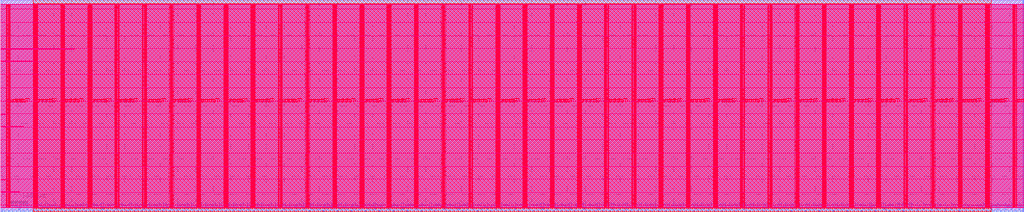
<source format=lef>
VERSION 5.7 ;
  NOWIREEXTENSIONATPIN ON ;
  DIVIDERCHAR "/" ;
  BUSBITCHARS "[]" ;
MACRO RAM_512x64
  CLASS BLOCK ;
  FOREIGN RAM_512x64 ;
  ORIGIN 0.000 0.000 ;
  SIZE 2889.180 BY 600.090 ;
  PIN A[0]
    DIRECTION INPUT ;
    USE SIGNAL ;
    PORT
      LAYER met2 ;
        RECT 2529.360 0.000 2529.640 4.000 ;
    END
  END A[0]
  PIN A[1]
    DIRECTION INPUT ;
    USE SIGNAL ;
    PORT
      LAYER met2 ;
        RECT 2549.140 0.000 2549.420 4.000 ;
    END
  END A[1]
  PIN A[2]
    DIRECTION INPUT ;
    USE SIGNAL ;
    PORT
      LAYER met2 ;
        RECT 2568.460 0.000 2568.740 4.000 ;
    END
  END A[2]
  PIN A[3]
    DIRECTION INPUT ;
    USE SIGNAL ;
    PORT
      LAYER met2 ;
        RECT 2588.240 0.000 2588.520 4.000 ;
    END
  END A[3]
  PIN A[4]
    DIRECTION INPUT ;
    USE SIGNAL ;
    PORT
      LAYER met2 ;
        RECT 2608.020 0.000 2608.300 4.000 ;
    END
  END A[4]
  PIN A[5]
    DIRECTION INPUT ;
    USE SIGNAL ;
    PORT
      LAYER met2 ;
        RECT 2627.800 0.000 2628.080 4.000 ;
    END
  END A[5]
  PIN A[6]
    DIRECTION INPUT ;
    USE SIGNAL ;
    PORT
      LAYER met2 ;
        RECT 2647.580 0.000 2647.860 4.000 ;
    END
  END A[6]
  PIN A[7]
    DIRECTION INPUT ;
    USE SIGNAL ;
    PORT
      LAYER met2 ;
        RECT 2667.360 0.000 2667.640 4.000 ;
    END
  END A[7]
  PIN A[8]
    DIRECTION INPUT ;
    USE SIGNAL ;
    PORT
      LAYER met2 ;
        RECT 2687.140 0.000 2687.420 4.000 ;
    END
  END A[8]
  PIN CLK
    DIRECTION INPUT ;
    USE SIGNAL ;
    PORT
      LAYER met2 ;
        RECT 2706.920 0.000 2707.200 4.000 ;
    END
  END CLK
  PIN Di[0]
    DIRECTION INPUT ;
    USE SIGNAL ;
    PORT
      LAYER met2 ;
        RECT 1266.660 0.000 1266.940 4.000 ;
    END
  END Di[0]
  PIN Di[10]
    DIRECTION INPUT ;
    USE SIGNAL ;
    PORT
      LAYER met2 ;
        RECT 1464.000 0.000 1464.280 4.000 ;
    END
  END Di[10]
  PIN Di[11]
    DIRECTION INPUT ;
    USE SIGNAL ;
    PORT
      LAYER met2 ;
        RECT 1483.780 0.000 1484.060 4.000 ;
    END
  END Di[11]
  PIN Di[12]
    DIRECTION INPUT ;
    USE SIGNAL ;
    PORT
      LAYER met2 ;
        RECT 1503.560 0.000 1503.840 4.000 ;
    END
  END Di[12]
  PIN Di[13]
    DIRECTION INPUT ;
    USE SIGNAL ;
    PORT
      LAYER met2 ;
        RECT 1523.340 0.000 1523.620 4.000 ;
    END
  END Di[13]
  PIN Di[14]
    DIRECTION INPUT ;
    USE SIGNAL ;
    PORT
      LAYER met2 ;
        RECT 1542.660 0.000 1542.940 4.000 ;
    END
  END Di[14]
  PIN Di[15]
    DIRECTION INPUT ;
    USE SIGNAL ;
    PORT
      LAYER met2 ;
        RECT 1562.440 0.000 1562.720 4.000 ;
    END
  END Di[15]
  PIN Di[16]
    DIRECTION INPUT ;
    USE SIGNAL ;
    PORT
      LAYER met2 ;
        RECT 1582.220 0.000 1582.500 4.000 ;
    END
  END Di[16]
  PIN Di[17]
    DIRECTION INPUT ;
    USE SIGNAL ;
    PORT
      LAYER met2 ;
        RECT 1602.000 0.000 1602.280 4.000 ;
    END
  END Di[17]
  PIN Di[18]
    DIRECTION INPUT ;
    USE SIGNAL ;
    PORT
      LAYER met2 ;
        RECT 1621.780 0.000 1622.060 4.000 ;
    END
  END Di[18]
  PIN Di[19]
    DIRECTION INPUT ;
    USE SIGNAL ;
    PORT
      LAYER met2 ;
        RECT 1641.560 0.000 1641.840 4.000 ;
    END
  END Di[19]
  PIN Di[1]
    DIRECTION INPUT ;
    USE SIGNAL ;
    PORT
      LAYER met2 ;
        RECT 1286.440 0.000 1286.720 4.000 ;
    END
  END Di[1]
  PIN Di[20]
    DIRECTION INPUT ;
    USE SIGNAL ;
    PORT
      LAYER met2 ;
        RECT 1661.340 0.000 1661.620 4.000 ;
    END
  END Di[20]
  PIN Di[21]
    DIRECTION INPUT ;
    USE SIGNAL ;
    PORT
      LAYER met2 ;
        RECT 1681.120 0.000 1681.400 4.000 ;
    END
  END Di[21]
  PIN Di[22]
    DIRECTION INPUT ;
    USE SIGNAL ;
    PORT
      LAYER met2 ;
        RECT 1700.900 0.000 1701.180 4.000 ;
    END
  END Di[22]
  PIN Di[23]
    DIRECTION INPUT ;
    USE SIGNAL ;
    PORT
      LAYER met2 ;
        RECT 1720.220 0.000 1720.500 4.000 ;
    END
  END Di[23]
  PIN Di[24]
    DIRECTION INPUT ;
    USE SIGNAL ;
    PORT
      LAYER met2 ;
        RECT 1740.000 0.000 1740.280 4.000 ;
    END
  END Di[24]
  PIN Di[25]
    DIRECTION INPUT ;
    USE SIGNAL ;
    PORT
      LAYER met2 ;
        RECT 1759.780 0.000 1760.060 4.000 ;
    END
  END Di[25]
  PIN Di[26]
    DIRECTION INPUT ;
    USE SIGNAL ;
    PORT
      LAYER met2 ;
        RECT 1779.560 0.000 1779.840 4.000 ;
    END
  END Di[26]
  PIN Di[27]
    DIRECTION INPUT ;
    USE SIGNAL ;
    PORT
      LAYER met2 ;
        RECT 1799.340 0.000 1799.620 4.000 ;
    END
  END Di[27]
  PIN Di[28]
    DIRECTION INPUT ;
    USE SIGNAL ;
    PORT
      LAYER met2 ;
        RECT 1819.120 0.000 1819.400 4.000 ;
    END
  END Di[28]
  PIN Di[29]
    DIRECTION INPUT ;
    USE SIGNAL ;
    PORT
      LAYER met2 ;
        RECT 1838.900 0.000 1839.180 4.000 ;
    END
  END Di[29]
  PIN Di[2]
    DIRECTION INPUT ;
    USE SIGNAL ;
    PORT
      LAYER met2 ;
        RECT 1306.220 0.000 1306.500 4.000 ;
    END
  END Di[2]
  PIN Di[30]
    DIRECTION INPUT ;
    USE SIGNAL ;
    PORT
      LAYER met2 ;
        RECT 1858.680 0.000 1858.960 4.000 ;
    END
  END Di[30]
  PIN Di[31]
    DIRECTION INPUT ;
    USE SIGNAL ;
    PORT
      LAYER met2 ;
        RECT 1878.460 0.000 1878.740 4.000 ;
    END
  END Di[31]
  PIN Di[32]
    DIRECTION INPUT ;
    USE SIGNAL ;
    PORT
      LAYER met2 ;
        RECT 1897.780 0.000 1898.060 4.000 ;
    END
  END Di[32]
  PIN Di[33]
    DIRECTION INPUT ;
    USE SIGNAL ;
    PORT
      LAYER met2 ;
        RECT 1917.560 0.000 1917.840 4.000 ;
    END
  END Di[33]
  PIN Di[34]
    DIRECTION INPUT ;
    USE SIGNAL ;
    PORT
      LAYER met2 ;
        RECT 1937.340 0.000 1937.620 4.000 ;
    END
  END Di[34]
  PIN Di[35]
    DIRECTION INPUT ;
    USE SIGNAL ;
    PORT
      LAYER met2 ;
        RECT 1957.120 0.000 1957.400 4.000 ;
    END
  END Di[35]
  PIN Di[36]
    DIRECTION INPUT ;
    USE SIGNAL ;
    PORT
      LAYER met2 ;
        RECT 1976.900 0.000 1977.180 4.000 ;
    END
  END Di[36]
  PIN Di[37]
    DIRECTION INPUT ;
    USE SIGNAL ;
    PORT
      LAYER met2 ;
        RECT 1996.680 0.000 1996.960 4.000 ;
    END
  END Di[37]
  PIN Di[38]
    DIRECTION INPUT ;
    USE SIGNAL ;
    PORT
      LAYER met2 ;
        RECT 2016.460 0.000 2016.740 4.000 ;
    END
  END Di[38]
  PIN Di[39]
    DIRECTION INPUT ;
    USE SIGNAL ;
    PORT
      LAYER met2 ;
        RECT 2036.240 0.000 2036.520 4.000 ;
    END
  END Di[39]
  PIN Di[3]
    DIRECTION INPUT ;
    USE SIGNAL ;
    PORT
      LAYER met2 ;
        RECT 1326.000 0.000 1326.280 4.000 ;
    END
  END Di[3]
  PIN Di[40]
    DIRECTION INPUT ;
    USE SIGNAL ;
    PORT
      LAYER met2 ;
        RECT 2055.560 0.000 2055.840 4.000 ;
    END
  END Di[40]
  PIN Di[41]
    DIRECTION INPUT ;
    USE SIGNAL ;
    PORT
      LAYER met2 ;
        RECT 2075.340 0.000 2075.620 4.000 ;
    END
  END Di[41]
  PIN Di[42]
    DIRECTION INPUT ;
    USE SIGNAL ;
    PORT
      LAYER met2 ;
        RECT 2095.120 0.000 2095.400 4.000 ;
    END
  END Di[42]
  PIN Di[43]
    DIRECTION INPUT ;
    USE SIGNAL ;
    PORT
      LAYER met2 ;
        RECT 2114.900 0.000 2115.180 4.000 ;
    END
  END Di[43]
  PIN Di[44]
    DIRECTION INPUT ;
    USE SIGNAL ;
    PORT
      LAYER met2 ;
        RECT 2134.680 0.000 2134.960 4.000 ;
    END
  END Di[44]
  PIN Di[45]
    DIRECTION INPUT ;
    USE SIGNAL ;
    PORT
      LAYER met2 ;
        RECT 2154.460 0.000 2154.740 4.000 ;
    END
  END Di[45]
  PIN Di[46]
    DIRECTION INPUT ;
    USE SIGNAL ;
    PORT
      LAYER met2 ;
        RECT 2174.240 0.000 2174.520 4.000 ;
    END
  END Di[46]
  PIN Di[47]
    DIRECTION INPUT ;
    USE SIGNAL ;
    PORT
      LAYER met2 ;
        RECT 2194.020 0.000 2194.300 4.000 ;
    END
  END Di[47]
  PIN Di[48]
    DIRECTION INPUT ;
    USE SIGNAL ;
    PORT
      LAYER met2 ;
        RECT 2213.800 0.000 2214.080 4.000 ;
    END
  END Di[48]
  PIN Di[49]
    DIRECTION INPUT ;
    USE SIGNAL ;
    PORT
      LAYER met2 ;
        RECT 2233.120 0.000 2233.400 4.000 ;
    END
  END Di[49]
  PIN Di[4]
    DIRECTION INPUT ;
    USE SIGNAL ;
    PORT
      LAYER met2 ;
        RECT 1345.780 0.000 1346.060 4.000 ;
    END
  END Di[4]
  PIN Di[50]
    DIRECTION INPUT ;
    USE SIGNAL ;
    PORT
      LAYER met2 ;
        RECT 2252.900 0.000 2253.180 4.000 ;
    END
  END Di[50]
  PIN Di[51]
    DIRECTION INPUT ;
    USE SIGNAL ;
    PORT
      LAYER met2 ;
        RECT 2272.680 0.000 2272.960 4.000 ;
    END
  END Di[51]
  PIN Di[52]
    DIRECTION INPUT ;
    USE SIGNAL ;
    PORT
      LAYER met2 ;
        RECT 2292.460 0.000 2292.740 4.000 ;
    END
  END Di[52]
  PIN Di[53]
    DIRECTION INPUT ;
    USE SIGNAL ;
    PORT
      LAYER met2 ;
        RECT 2312.240 0.000 2312.520 4.000 ;
    END
  END Di[53]
  PIN Di[54]
    DIRECTION INPUT ;
    USE SIGNAL ;
    PORT
      LAYER met2 ;
        RECT 2332.020 0.000 2332.300 4.000 ;
    END
  END Di[54]
  PIN Di[55]
    DIRECTION INPUT ;
    USE SIGNAL ;
    PORT
      LAYER met2 ;
        RECT 2351.800 0.000 2352.080 4.000 ;
    END
  END Di[55]
  PIN Di[56]
    DIRECTION INPUT ;
    USE SIGNAL ;
    PORT
      LAYER met2 ;
        RECT 2371.580 0.000 2371.860 4.000 ;
    END
  END Di[56]
  PIN Di[57]
    DIRECTION INPUT ;
    USE SIGNAL ;
    PORT
      LAYER met2 ;
        RECT 2391.360 0.000 2391.640 4.000 ;
    END
  END Di[57]
  PIN Di[58]
    DIRECTION INPUT ;
    USE SIGNAL ;
    PORT
      LAYER met2 ;
        RECT 2410.680 0.000 2410.960 4.000 ;
    END
  END Di[58]
  PIN Di[59]
    DIRECTION INPUT ;
    USE SIGNAL ;
    PORT
      LAYER met2 ;
        RECT 2430.460 0.000 2430.740 4.000 ;
    END
  END Di[59]
  PIN Di[5]
    DIRECTION INPUT ;
    USE SIGNAL ;
    PORT
      LAYER met2 ;
        RECT 1365.560 0.000 1365.840 4.000 ;
    END
  END Di[5]
  PIN Di[60]
    DIRECTION INPUT ;
    USE SIGNAL ;
    PORT
      LAYER met2 ;
        RECT 2450.240 0.000 2450.520 4.000 ;
    END
  END Di[60]
  PIN Di[61]
    DIRECTION INPUT ;
    USE SIGNAL ;
    PORT
      LAYER met2 ;
        RECT 2470.020 0.000 2470.300 4.000 ;
    END
  END Di[61]
  PIN Di[62]
    DIRECTION INPUT ;
    USE SIGNAL ;
    PORT
      LAYER met2 ;
        RECT 2489.800 0.000 2490.080 4.000 ;
    END
  END Di[62]
  PIN Di[63]
    DIRECTION INPUT ;
    USE SIGNAL ;
    PORT
      LAYER met2 ;
        RECT 2509.580 0.000 2509.860 4.000 ;
    END
  END Di[63]
  PIN Di[6]
    DIRECTION INPUT ;
    USE SIGNAL ;
    PORT
      LAYER met2 ;
        RECT 1384.880 0.000 1385.160 4.000 ;
    END
  END Di[6]
  PIN Di[7]
    DIRECTION INPUT ;
    USE SIGNAL ;
    PORT
      LAYER met2 ;
        RECT 1404.660 0.000 1404.940 4.000 ;
    END
  END Di[7]
  PIN Di[8]
    DIRECTION INPUT ;
    USE SIGNAL ;
    PORT
      LAYER met2 ;
        RECT 1424.440 0.000 1424.720 4.000 ;
    END
  END Di[8]
  PIN Di[9]
    DIRECTION INPUT ;
    USE SIGNAL ;
    PORT
      LAYER met2 ;
        RECT 1444.220 0.000 1444.500 4.000 ;
    END
  END Di[9]
  PIN Do[0]
    DIRECTION OUTPUT TRISTATE ;
    USE SIGNAL ;
    PORT
      LAYER met2 ;
        RECT 4.420 0.000 4.700 4.000 ;
    END
  END Do[0]
  PIN Do[10]
    DIRECTION OUTPUT TRISTATE ;
    USE SIGNAL ;
    PORT
      LAYER met2 ;
        RECT 201.300 0.000 201.580 4.000 ;
    END
  END Do[10]
  PIN Do[11]
    DIRECTION OUTPUT TRISTATE ;
    USE SIGNAL ;
    PORT
      LAYER met2 ;
        RECT 221.080 0.000 221.360 4.000 ;
    END
  END Do[11]
  PIN Do[12]
    DIRECTION OUTPUT TRISTATE ;
    USE SIGNAL ;
    PORT
      LAYER met2 ;
        RECT 240.860 0.000 241.140 4.000 ;
    END
  END Do[12]
  PIN Do[13]
    DIRECTION OUTPUT TRISTATE ;
    USE SIGNAL ;
    PORT
      LAYER met2 ;
        RECT 260.640 0.000 260.920 4.000 ;
    END
  END Do[13]
  PIN Do[14]
    DIRECTION OUTPUT TRISTATE ;
    USE SIGNAL ;
    PORT
      LAYER met2 ;
        RECT 280.420 0.000 280.700 4.000 ;
    END
  END Do[14]
  PIN Do[15]
    DIRECTION OUTPUT TRISTATE ;
    USE SIGNAL ;
    PORT
      LAYER met2 ;
        RECT 300.200 0.000 300.480 4.000 ;
    END
  END Do[15]
  PIN Do[16]
    DIRECTION OUTPUT TRISTATE ;
    USE SIGNAL ;
    PORT
      LAYER met2 ;
        RECT 319.980 0.000 320.260 4.000 ;
    END
  END Do[16]
  PIN Do[17]
    DIRECTION OUTPUT TRISTATE ;
    USE SIGNAL ;
    PORT
      LAYER met2 ;
        RECT 339.760 0.000 340.040 4.000 ;
    END
  END Do[17]
  PIN Do[18]
    DIRECTION OUTPUT TRISTATE ;
    USE SIGNAL ;
    PORT
      LAYER met2 ;
        RECT 359.080 0.000 359.360 4.000 ;
    END
  END Do[18]
  PIN Do[19]
    DIRECTION OUTPUT TRISTATE ;
    USE SIGNAL ;
    PORT
      LAYER met2 ;
        RECT 378.860 0.000 379.140 4.000 ;
    END
  END Do[19]
  PIN Do[1]
    DIRECTION OUTPUT TRISTATE ;
    USE SIGNAL ;
    PORT
      LAYER met2 ;
        RECT 23.740 0.000 24.020 4.000 ;
    END
  END Do[1]
  PIN Do[20]
    DIRECTION OUTPUT TRISTATE ;
    USE SIGNAL ;
    PORT
      LAYER met2 ;
        RECT 398.640 0.000 398.920 4.000 ;
    END
  END Do[20]
  PIN Do[21]
    DIRECTION OUTPUT TRISTATE ;
    USE SIGNAL ;
    PORT
      LAYER met2 ;
        RECT 418.420 0.000 418.700 4.000 ;
    END
  END Do[21]
  PIN Do[22]
    DIRECTION OUTPUT TRISTATE ;
    USE SIGNAL ;
    PORT
      LAYER met2 ;
        RECT 438.200 0.000 438.480 4.000 ;
    END
  END Do[22]
  PIN Do[23]
    DIRECTION OUTPUT TRISTATE ;
    USE SIGNAL ;
    PORT
      LAYER met2 ;
        RECT 457.980 0.000 458.260 4.000 ;
    END
  END Do[23]
  PIN Do[24]
    DIRECTION OUTPUT TRISTATE ;
    USE SIGNAL ;
    PORT
      LAYER met2 ;
        RECT 477.760 0.000 478.040 4.000 ;
    END
  END Do[24]
  PIN Do[25]
    DIRECTION OUTPUT TRISTATE ;
    USE SIGNAL ;
    PORT
      LAYER met2 ;
        RECT 497.540 0.000 497.820 4.000 ;
    END
  END Do[25]
  PIN Do[26]
    DIRECTION OUTPUT TRISTATE ;
    USE SIGNAL ;
    PORT
      LAYER met2 ;
        RECT 516.860 0.000 517.140 4.000 ;
    END
  END Do[26]
  PIN Do[27]
    DIRECTION OUTPUT TRISTATE ;
    USE SIGNAL ;
    PORT
      LAYER met2 ;
        RECT 536.640 0.000 536.920 4.000 ;
    END
  END Do[27]
  PIN Do[28]
    DIRECTION OUTPUT TRISTATE ;
    USE SIGNAL ;
    PORT
      LAYER met2 ;
        RECT 556.420 0.000 556.700 4.000 ;
    END
  END Do[28]
  PIN Do[29]
    DIRECTION OUTPUT TRISTATE ;
    USE SIGNAL ;
    PORT
      LAYER met2 ;
        RECT 576.200 0.000 576.480 4.000 ;
    END
  END Do[29]
  PIN Do[2]
    DIRECTION OUTPUT TRISTATE ;
    USE SIGNAL ;
    PORT
      LAYER met2 ;
        RECT 43.520 0.000 43.800 4.000 ;
    END
  END Do[2]
  PIN Do[30]
    DIRECTION OUTPUT TRISTATE ;
    USE SIGNAL ;
    PORT
      LAYER met2 ;
        RECT 595.980 0.000 596.260 4.000 ;
    END
  END Do[30]
  PIN Do[31]
    DIRECTION OUTPUT TRISTATE ;
    USE SIGNAL ;
    PORT
      LAYER met2 ;
        RECT 615.760 0.000 616.040 4.000 ;
    END
  END Do[31]
  PIN Do[32]
    DIRECTION OUTPUT TRISTATE ;
    USE SIGNAL ;
    PORT
      LAYER met2 ;
        RECT 635.540 0.000 635.820 4.000 ;
    END
  END Do[32]
  PIN Do[33]
    DIRECTION OUTPUT TRISTATE ;
    USE SIGNAL ;
    PORT
      LAYER met2 ;
        RECT 655.320 0.000 655.600 4.000 ;
    END
  END Do[33]
  PIN Do[34]
    DIRECTION OUTPUT TRISTATE ;
    USE SIGNAL ;
    PORT
      LAYER met2 ;
        RECT 675.100 0.000 675.380 4.000 ;
    END
  END Do[34]
  PIN Do[35]
    DIRECTION OUTPUT TRISTATE ;
    USE SIGNAL ;
    PORT
      LAYER met2 ;
        RECT 694.420 0.000 694.700 4.000 ;
    END
  END Do[35]
  PIN Do[36]
    DIRECTION OUTPUT TRISTATE ;
    USE SIGNAL ;
    PORT
      LAYER met2 ;
        RECT 714.200 0.000 714.480 4.000 ;
    END
  END Do[36]
  PIN Do[37]
    DIRECTION OUTPUT TRISTATE ;
    USE SIGNAL ;
    PORT
      LAYER met2 ;
        RECT 733.980 0.000 734.260 4.000 ;
    END
  END Do[37]
  PIN Do[38]
    DIRECTION OUTPUT TRISTATE ;
    USE SIGNAL ;
    PORT
      LAYER met2 ;
        RECT 753.760 0.000 754.040 4.000 ;
    END
  END Do[38]
  PIN Do[39]
    DIRECTION OUTPUT TRISTATE ;
    USE SIGNAL ;
    PORT
      LAYER met2 ;
        RECT 773.540 0.000 773.820 4.000 ;
    END
  END Do[39]
  PIN Do[3]
    DIRECTION OUTPUT TRISTATE ;
    USE SIGNAL ;
    PORT
      LAYER met2 ;
        RECT 63.300 0.000 63.580 4.000 ;
    END
  END Do[3]
  PIN Do[40]
    DIRECTION OUTPUT TRISTATE ;
    USE SIGNAL ;
    PORT
      LAYER met2 ;
        RECT 793.320 0.000 793.600 4.000 ;
    END
  END Do[40]
  PIN Do[41]
    DIRECTION OUTPUT TRISTATE ;
    USE SIGNAL ;
    PORT
      LAYER met2 ;
        RECT 813.100 0.000 813.380 4.000 ;
    END
  END Do[41]
  PIN Do[42]
    DIRECTION OUTPUT TRISTATE ;
    USE SIGNAL ;
    PORT
      LAYER met2 ;
        RECT 832.880 0.000 833.160 4.000 ;
    END
  END Do[42]
  PIN Do[43]
    DIRECTION OUTPUT TRISTATE ;
    USE SIGNAL ;
    PORT
      LAYER met2 ;
        RECT 852.660 0.000 852.940 4.000 ;
    END
  END Do[43]
  PIN Do[44]
    DIRECTION OUTPUT TRISTATE ;
    USE SIGNAL ;
    PORT
      LAYER met2 ;
        RECT 871.980 0.000 872.260 4.000 ;
    END
  END Do[44]
  PIN Do[45]
    DIRECTION OUTPUT TRISTATE ;
    USE SIGNAL ;
    PORT
      LAYER met2 ;
        RECT 891.760 0.000 892.040 4.000 ;
    END
  END Do[45]
  PIN Do[46]
    DIRECTION OUTPUT TRISTATE ;
    USE SIGNAL ;
    PORT
      LAYER met2 ;
        RECT 911.540 0.000 911.820 4.000 ;
    END
  END Do[46]
  PIN Do[47]
    DIRECTION OUTPUT TRISTATE ;
    USE SIGNAL ;
    PORT
      LAYER met2 ;
        RECT 931.320 0.000 931.600 4.000 ;
    END
  END Do[47]
  PIN Do[48]
    DIRECTION OUTPUT TRISTATE ;
    USE SIGNAL ;
    PORT
      LAYER met2 ;
        RECT 951.100 0.000 951.380 4.000 ;
    END
  END Do[48]
  PIN Do[49]
    DIRECTION OUTPUT TRISTATE ;
    USE SIGNAL ;
    PORT
      LAYER met2 ;
        RECT 970.880 0.000 971.160 4.000 ;
    END
  END Do[49]
  PIN Do[4]
    DIRECTION OUTPUT TRISTATE ;
    USE SIGNAL ;
    PORT
      LAYER met2 ;
        RECT 83.080 0.000 83.360 4.000 ;
    END
  END Do[4]
  PIN Do[50]
    DIRECTION OUTPUT TRISTATE ;
    USE SIGNAL ;
    PORT
      LAYER met2 ;
        RECT 990.660 0.000 990.940 4.000 ;
    END
  END Do[50]
  PIN Do[51]
    DIRECTION OUTPUT TRISTATE ;
    USE SIGNAL ;
    PORT
      LAYER met2 ;
        RECT 1010.440 0.000 1010.720 4.000 ;
    END
  END Do[51]
  PIN Do[52]
    DIRECTION OUTPUT TRISTATE ;
    USE SIGNAL ;
    PORT
      LAYER met2 ;
        RECT 1029.760 0.000 1030.040 4.000 ;
    END
  END Do[52]
  PIN Do[53]
    DIRECTION OUTPUT TRISTATE ;
    USE SIGNAL ;
    PORT
      LAYER met2 ;
        RECT 1049.540 0.000 1049.820 4.000 ;
    END
  END Do[53]
  PIN Do[54]
    DIRECTION OUTPUT TRISTATE ;
    USE SIGNAL ;
    PORT
      LAYER met2 ;
        RECT 1069.320 0.000 1069.600 4.000 ;
    END
  END Do[54]
  PIN Do[55]
    DIRECTION OUTPUT TRISTATE ;
    USE SIGNAL ;
    PORT
      LAYER met2 ;
        RECT 1089.100 0.000 1089.380 4.000 ;
    END
  END Do[55]
  PIN Do[56]
    DIRECTION OUTPUT TRISTATE ;
    USE SIGNAL ;
    PORT
      LAYER met2 ;
        RECT 1108.880 0.000 1109.160 4.000 ;
    END
  END Do[56]
  PIN Do[57]
    DIRECTION OUTPUT TRISTATE ;
    USE SIGNAL ;
    PORT
      LAYER met2 ;
        RECT 1128.660 0.000 1128.940 4.000 ;
    END
  END Do[57]
  PIN Do[58]
    DIRECTION OUTPUT TRISTATE ;
    USE SIGNAL ;
    PORT
      LAYER met2 ;
        RECT 1148.440 0.000 1148.720 4.000 ;
    END
  END Do[58]
  PIN Do[59]
    DIRECTION OUTPUT TRISTATE ;
    USE SIGNAL ;
    PORT
      LAYER met2 ;
        RECT 1168.220 0.000 1168.500 4.000 ;
    END
  END Do[59]
  PIN Do[5]
    DIRECTION OUTPUT TRISTATE ;
    USE SIGNAL ;
    PORT
      LAYER met2 ;
        RECT 102.860 0.000 103.140 4.000 ;
    END
  END Do[5]
  PIN Do[60]
    DIRECTION OUTPUT TRISTATE ;
    USE SIGNAL ;
    PORT
      LAYER met2 ;
        RECT 1188.000 0.000 1188.280 4.000 ;
    END
  END Do[60]
  PIN Do[61]
    DIRECTION OUTPUT TRISTATE ;
    USE SIGNAL ;
    PORT
      LAYER met2 ;
        RECT 1207.320 0.000 1207.600 4.000 ;
    END
  END Do[61]
  PIN Do[62]
    DIRECTION OUTPUT TRISTATE ;
    USE SIGNAL ;
    PORT
      LAYER met2 ;
        RECT 1227.100 0.000 1227.380 4.000 ;
    END
  END Do[62]
  PIN Do[63]
    DIRECTION OUTPUT TRISTATE ;
    USE SIGNAL ;
    PORT
      LAYER met2 ;
        RECT 1246.880 0.000 1247.160 4.000 ;
    END
  END Do[63]
  PIN Do[6]
    DIRECTION OUTPUT TRISTATE ;
    USE SIGNAL ;
    PORT
      LAYER met2 ;
        RECT 122.640 0.000 122.920 4.000 ;
    END
  END Do[6]
  PIN Do[7]
    DIRECTION OUTPUT TRISTATE ;
    USE SIGNAL ;
    PORT
      LAYER met2 ;
        RECT 142.420 0.000 142.700 4.000 ;
    END
  END Do[7]
  PIN Do[8]
    DIRECTION OUTPUT TRISTATE ;
    USE SIGNAL ;
    PORT
      LAYER met2 ;
        RECT 162.200 0.000 162.480 4.000 ;
    END
  END Do[8]
  PIN Do[9]
    DIRECTION OUTPUT TRISTATE ;
    USE SIGNAL ;
    PORT
      LAYER met2 ;
        RECT 181.520 0.000 181.800 4.000 ;
    END
  END Do[9]
  PIN EN
    DIRECTION INPUT ;
    USE SIGNAL ;
    PORT
      LAYER met2 ;
        RECT 2884.480 0.000 2884.760 4.000 ;
    END
  END EN
  PIN WE[0]
    DIRECTION INPUT ;
    USE SIGNAL ;
    PORT
      LAYER met2 ;
        RECT 2726.700 0.000 2726.980 4.000 ;
    END
  END WE[0]
  PIN WE[1]
    DIRECTION INPUT ;
    USE SIGNAL ;
    PORT
      LAYER met2 ;
        RECT 2746.020 0.000 2746.300 4.000 ;
    END
  END WE[1]
  PIN WE[2]
    DIRECTION INPUT ;
    USE SIGNAL ;
    PORT
      LAYER met2 ;
        RECT 2765.800 0.000 2766.080 4.000 ;
    END
  END WE[2]
  PIN WE[3]
    DIRECTION INPUT ;
    USE SIGNAL ;
    PORT
      LAYER met2 ;
        RECT 2785.580 0.000 2785.860 4.000 ;
    END
  END WE[3]
  PIN WE[4]
    DIRECTION INPUT ;
    USE SIGNAL ;
    PORT
      LAYER met2 ;
        RECT 2805.360 0.000 2805.640 4.000 ;
    END
  END WE[4]
  PIN WE[5]
    DIRECTION INPUT ;
    USE SIGNAL ;
    PORT
      LAYER met2 ;
        RECT 2825.140 0.000 2825.420 4.000 ;
    END
  END WE[5]
  PIN WE[6]
    DIRECTION INPUT ;
    USE SIGNAL ;
    PORT
      LAYER met2 ;
        RECT 2844.920 0.000 2845.200 4.000 ;
    END
  END WE[6]
  PIN WE[7]
    DIRECTION INPUT ;
    USE SIGNAL ;
    PORT
      LAYER met2 ;
        RECT 2864.700 0.000 2864.980 4.000 ;
    END
  END WE[7]
  PIN vccd1
    DIRECTION INOUT ;
    USE POWER ;
    PORT
      LAYER met4 ;
        RECT 2780.510 10.640 2782.110 587.760 ;
    END
  END vccd1
  PIN vccd1
    DIRECTION INOUT ;
    USE POWER ;
    PORT
      LAYER met4 ;
        RECT 2626.910 10.640 2628.510 587.760 ;
    END
  END vccd1
  PIN vccd1
    DIRECTION INOUT ;
    USE POWER ;
    PORT
      LAYER met4 ;
        RECT 2473.310 10.640 2474.910 587.760 ;
    END
  END vccd1
  PIN vccd1
    DIRECTION INOUT ;
    USE POWER ;
    PORT
      LAYER met4 ;
        RECT 2319.710 10.640 2321.310 587.760 ;
    END
  END vccd1
  PIN vccd1
    DIRECTION INOUT ;
    USE POWER ;
    PORT
      LAYER met4 ;
        RECT 2166.110 10.640 2167.710 587.760 ;
    END
  END vccd1
  PIN vccd1
    DIRECTION INOUT ;
    USE POWER ;
    PORT
      LAYER met4 ;
        RECT 2012.510 10.640 2014.110 587.760 ;
    END
  END vccd1
  PIN vccd1
    DIRECTION INOUT ;
    USE POWER ;
    PORT
      LAYER met4 ;
        RECT 1858.910 10.640 1860.510 587.760 ;
    END
  END vccd1
  PIN vccd1
    DIRECTION INOUT ;
    USE POWER ;
    PORT
      LAYER met4 ;
        RECT 1705.310 10.640 1706.910 587.760 ;
    END
  END vccd1
  PIN vccd1
    DIRECTION INOUT ;
    USE POWER ;
    PORT
      LAYER met4 ;
        RECT 1551.710 10.640 1553.310 587.760 ;
    END
  END vccd1
  PIN vccd1
    DIRECTION INOUT ;
    USE POWER ;
    PORT
      LAYER met4 ;
        RECT 1398.110 10.640 1399.710 587.760 ;
    END
  END vccd1
  PIN vccd1
    DIRECTION INOUT ;
    USE POWER ;
    PORT
      LAYER met4 ;
        RECT 1244.510 10.640 1246.110 587.760 ;
    END
  END vccd1
  PIN vccd1
    DIRECTION INOUT ;
    USE POWER ;
    PORT
      LAYER met4 ;
        RECT 1090.910 10.640 1092.510 587.760 ;
    END
  END vccd1
  PIN vccd1
    DIRECTION INOUT ;
    USE POWER ;
    PORT
      LAYER met4 ;
        RECT 937.310 10.640 938.910 587.760 ;
    END
  END vccd1
  PIN vccd1
    DIRECTION INOUT ;
    USE POWER ;
    PORT
      LAYER met4 ;
        RECT 783.710 10.640 785.310 587.760 ;
    END
  END vccd1
  PIN vccd1
    DIRECTION INOUT ;
    USE POWER ;
    PORT
      LAYER met4 ;
        RECT 630.110 10.640 631.710 587.760 ;
    END
  END vccd1
  PIN vccd1
    DIRECTION INOUT ;
    USE POWER ;
    PORT
      LAYER met4 ;
        RECT 476.510 10.640 478.110 587.760 ;
    END
  END vccd1
  PIN vccd1
    DIRECTION INOUT ;
    USE POWER ;
    PORT
      LAYER met4 ;
        RECT 322.910 10.640 324.510 587.760 ;
    END
  END vccd1
  PIN vccd1
    DIRECTION INOUT ;
    USE POWER ;
    PORT
      LAYER met4 ;
        RECT 169.310 10.640 170.910 587.760 ;
    END
  END vccd1
  PIN vccd1
    DIRECTION INOUT ;
    USE POWER ;
    PORT
      LAYER met4 ;
        RECT 15.710 10.640 17.310 587.760 ;
    END
  END vccd1
  PIN vssd1
    DIRECTION INOUT ;
    USE GROUND ;
    PORT
      LAYER met4 ;
        RECT 2857.310 10.640 2858.910 587.760 ;
    END
  END vssd1
  PIN vssd1
    DIRECTION INOUT ;
    USE GROUND ;
    PORT
      LAYER met4 ;
        RECT 2703.710 10.640 2705.310 587.760 ;
    END
  END vssd1
  PIN vssd1
    DIRECTION INOUT ;
    USE GROUND ;
    PORT
      LAYER met4 ;
        RECT 2550.110 10.640 2551.710 587.760 ;
    END
  END vssd1
  PIN vssd1
    DIRECTION INOUT ;
    USE GROUND ;
    PORT
      LAYER met4 ;
        RECT 2396.510 10.640 2398.110 587.760 ;
    END
  END vssd1
  PIN vssd1
    DIRECTION INOUT ;
    USE GROUND ;
    PORT
      LAYER met4 ;
        RECT 2242.910 10.640 2244.510 587.760 ;
    END
  END vssd1
  PIN vssd1
    DIRECTION INOUT ;
    USE GROUND ;
    PORT
      LAYER met4 ;
        RECT 2089.310 10.640 2090.910 587.760 ;
    END
  END vssd1
  PIN vssd1
    DIRECTION INOUT ;
    USE GROUND ;
    PORT
      LAYER met4 ;
        RECT 1935.710 10.640 1937.310 587.760 ;
    END
  END vssd1
  PIN vssd1
    DIRECTION INOUT ;
    USE GROUND ;
    PORT
      LAYER met4 ;
        RECT 1782.110 10.640 1783.710 587.760 ;
    END
  END vssd1
  PIN vssd1
    DIRECTION INOUT ;
    USE GROUND ;
    PORT
      LAYER met4 ;
        RECT 1628.510 10.640 1630.110 587.760 ;
    END
  END vssd1
  PIN vssd1
    DIRECTION INOUT ;
    USE GROUND ;
    PORT
      LAYER met4 ;
        RECT 1474.910 10.640 1476.510 587.760 ;
    END
  END vssd1
  PIN vssd1
    DIRECTION INOUT ;
    USE GROUND ;
    PORT
      LAYER met4 ;
        RECT 1321.310 10.640 1322.910 587.760 ;
    END
  END vssd1
  PIN vssd1
    DIRECTION INOUT ;
    USE GROUND ;
    PORT
      LAYER met4 ;
        RECT 1167.710 10.640 1169.310 587.760 ;
    END
  END vssd1
  PIN vssd1
    DIRECTION INOUT ;
    USE GROUND ;
    PORT
      LAYER met4 ;
        RECT 1014.110 10.640 1015.710 587.760 ;
    END
  END vssd1
  PIN vssd1
    DIRECTION INOUT ;
    USE GROUND ;
    PORT
      LAYER met4 ;
        RECT 860.510 10.640 862.110 587.760 ;
    END
  END vssd1
  PIN vssd1
    DIRECTION INOUT ;
    USE GROUND ;
    PORT
      LAYER met4 ;
        RECT 706.910 10.640 708.510 587.760 ;
    END
  END vssd1
  PIN vssd1
    DIRECTION INOUT ;
    USE GROUND ;
    PORT
      LAYER met4 ;
        RECT 553.310 10.640 554.910 587.760 ;
    END
  END vssd1
  PIN vssd1
    DIRECTION INOUT ;
    USE GROUND ;
    PORT
      LAYER met4 ;
        RECT 399.710 10.640 401.310 587.760 ;
    END
  END vssd1
  PIN vssd1
    DIRECTION INOUT ;
    USE GROUND ;
    PORT
      LAYER met4 ;
        RECT 246.110 10.640 247.710 587.760 ;
    END
  END vssd1
  PIN vssd1
    DIRECTION INOUT ;
    USE GROUND ;
    PORT
      LAYER met4 ;
        RECT 92.510 10.640 94.110 587.760 ;
    END
  END vssd1
  PIN vccd2
    DIRECTION INOUT ;
    USE POWER ;
    PORT
      LAYER met4 ;
        RECT 2783.810 10.880 2785.410 587.520 ;
    END
  END vccd2
  PIN vccd2
    DIRECTION INOUT ;
    USE POWER ;
    PORT
      LAYER met4 ;
        RECT 2630.210 10.880 2631.810 587.520 ;
    END
  END vccd2
  PIN vccd2
    DIRECTION INOUT ;
    USE POWER ;
    PORT
      LAYER met4 ;
        RECT 2476.610 10.880 2478.210 587.520 ;
    END
  END vccd2
  PIN vccd2
    DIRECTION INOUT ;
    USE POWER ;
    PORT
      LAYER met4 ;
        RECT 2323.010 10.880 2324.610 587.520 ;
    END
  END vccd2
  PIN vccd2
    DIRECTION INOUT ;
    USE POWER ;
    PORT
      LAYER met4 ;
        RECT 2169.410 10.880 2171.010 587.520 ;
    END
  END vccd2
  PIN vccd2
    DIRECTION INOUT ;
    USE POWER ;
    PORT
      LAYER met4 ;
        RECT 2015.810 10.880 2017.410 587.520 ;
    END
  END vccd2
  PIN vccd2
    DIRECTION INOUT ;
    USE POWER ;
    PORT
      LAYER met4 ;
        RECT 1862.210 10.880 1863.810 587.520 ;
    END
  END vccd2
  PIN vccd2
    DIRECTION INOUT ;
    USE POWER ;
    PORT
      LAYER met4 ;
        RECT 1708.610 10.880 1710.210 587.520 ;
    END
  END vccd2
  PIN vccd2
    DIRECTION INOUT ;
    USE POWER ;
    PORT
      LAYER met4 ;
        RECT 1555.010 10.880 1556.610 587.520 ;
    END
  END vccd2
  PIN vccd2
    DIRECTION INOUT ;
    USE POWER ;
    PORT
      LAYER met4 ;
        RECT 1401.410 10.880 1403.010 587.520 ;
    END
  END vccd2
  PIN vccd2
    DIRECTION INOUT ;
    USE POWER ;
    PORT
      LAYER met4 ;
        RECT 1247.810 10.880 1249.410 587.520 ;
    END
  END vccd2
  PIN vccd2
    DIRECTION INOUT ;
    USE POWER ;
    PORT
      LAYER met4 ;
        RECT 1094.210 10.880 1095.810 587.520 ;
    END
  END vccd2
  PIN vccd2
    DIRECTION INOUT ;
    USE POWER ;
    PORT
      LAYER met4 ;
        RECT 940.610 10.880 942.210 587.520 ;
    END
  END vccd2
  PIN vccd2
    DIRECTION INOUT ;
    USE POWER ;
    PORT
      LAYER met4 ;
        RECT 787.010 10.880 788.610 587.520 ;
    END
  END vccd2
  PIN vccd2
    DIRECTION INOUT ;
    USE POWER ;
    PORT
      LAYER met4 ;
        RECT 633.410 10.880 635.010 587.520 ;
    END
  END vccd2
  PIN vccd2
    DIRECTION INOUT ;
    USE POWER ;
    PORT
      LAYER met4 ;
        RECT 479.810 10.880 481.410 587.520 ;
    END
  END vccd2
  PIN vccd2
    DIRECTION INOUT ;
    USE POWER ;
    PORT
      LAYER met4 ;
        RECT 326.210 10.880 327.810 587.520 ;
    END
  END vccd2
  PIN vccd2
    DIRECTION INOUT ;
    USE POWER ;
    PORT
      LAYER met4 ;
        RECT 172.610 10.880 174.210 587.520 ;
    END
  END vccd2
  PIN vccd2
    DIRECTION INOUT ;
    USE POWER ;
    PORT
      LAYER met4 ;
        RECT 19.010 10.880 20.610 587.520 ;
    END
  END vccd2
  PIN vssd2
    DIRECTION INOUT ;
    USE GROUND ;
    PORT
      LAYER met4 ;
        RECT 2860.610 10.880 2862.210 587.520 ;
    END
  END vssd2
  PIN vssd2
    DIRECTION INOUT ;
    USE GROUND ;
    PORT
      LAYER met4 ;
        RECT 2707.010 10.880 2708.610 587.520 ;
    END
  END vssd2
  PIN vssd2
    DIRECTION INOUT ;
    USE GROUND ;
    PORT
      LAYER met4 ;
        RECT 2553.410 10.880 2555.010 587.520 ;
    END
  END vssd2
  PIN vssd2
    DIRECTION INOUT ;
    USE GROUND ;
    PORT
      LAYER met4 ;
        RECT 2399.810 10.880 2401.410 587.520 ;
    END
  END vssd2
  PIN vssd2
    DIRECTION INOUT ;
    USE GROUND ;
    PORT
      LAYER met4 ;
        RECT 2246.210 10.880 2247.810 587.520 ;
    END
  END vssd2
  PIN vssd2
    DIRECTION INOUT ;
    USE GROUND ;
    PORT
      LAYER met4 ;
        RECT 2092.610 10.880 2094.210 587.520 ;
    END
  END vssd2
  PIN vssd2
    DIRECTION INOUT ;
    USE GROUND ;
    PORT
      LAYER met4 ;
        RECT 1939.010 10.880 1940.610 587.520 ;
    END
  END vssd2
  PIN vssd2
    DIRECTION INOUT ;
    USE GROUND ;
    PORT
      LAYER met4 ;
        RECT 1785.410 10.880 1787.010 587.520 ;
    END
  END vssd2
  PIN vssd2
    DIRECTION INOUT ;
    USE GROUND ;
    PORT
      LAYER met4 ;
        RECT 1631.810 10.880 1633.410 587.520 ;
    END
  END vssd2
  PIN vssd2
    DIRECTION INOUT ;
    USE GROUND ;
    PORT
      LAYER met4 ;
        RECT 1478.210 10.880 1479.810 587.520 ;
    END
  END vssd2
  PIN vssd2
    DIRECTION INOUT ;
    USE GROUND ;
    PORT
      LAYER met4 ;
        RECT 1324.610 10.880 1326.210 587.520 ;
    END
  END vssd2
  PIN vssd2
    DIRECTION INOUT ;
    USE GROUND ;
    PORT
      LAYER met4 ;
        RECT 1171.010 10.880 1172.610 587.520 ;
    END
  END vssd2
  PIN vssd2
    DIRECTION INOUT ;
    USE GROUND ;
    PORT
      LAYER met4 ;
        RECT 1017.410 10.880 1019.010 587.520 ;
    END
  END vssd2
  PIN vssd2
    DIRECTION INOUT ;
    USE GROUND ;
    PORT
      LAYER met4 ;
        RECT 863.810 10.880 865.410 587.520 ;
    END
  END vssd2
  PIN vssd2
    DIRECTION INOUT ;
    USE GROUND ;
    PORT
      LAYER met4 ;
        RECT 710.210 10.880 711.810 587.520 ;
    END
  END vssd2
  PIN vssd2
    DIRECTION INOUT ;
    USE GROUND ;
    PORT
      LAYER met4 ;
        RECT 556.610 10.880 558.210 587.520 ;
    END
  END vssd2
  PIN vssd2
    DIRECTION INOUT ;
    USE GROUND ;
    PORT
      LAYER met4 ;
        RECT 403.010 10.880 404.610 587.520 ;
    END
  END vssd2
  PIN vssd2
    DIRECTION INOUT ;
    USE GROUND ;
    PORT
      LAYER met4 ;
        RECT 249.410 10.880 251.010 587.520 ;
    END
  END vssd2
  PIN vssd2
    DIRECTION INOUT ;
    USE GROUND ;
    PORT
      LAYER met4 ;
        RECT 95.810 10.880 97.410 587.520 ;
    END
  END vssd2
  PIN vdda1
    DIRECTION INOUT ;
    USE POWER ;
    PORT
      LAYER met4 ;
        RECT 2787.110 10.880 2788.710 587.520 ;
    END
  END vdda1
  PIN vdda1
    DIRECTION INOUT ;
    USE POWER ;
    PORT
      LAYER met4 ;
        RECT 2633.510 10.880 2635.110 587.520 ;
    END
  END vdda1
  PIN vdda1
    DIRECTION INOUT ;
    USE POWER ;
    PORT
      LAYER met4 ;
        RECT 2479.910 10.880 2481.510 587.520 ;
    END
  END vdda1
  PIN vdda1
    DIRECTION INOUT ;
    USE POWER ;
    PORT
      LAYER met4 ;
        RECT 2326.310 10.880 2327.910 587.520 ;
    END
  END vdda1
  PIN vdda1
    DIRECTION INOUT ;
    USE POWER ;
    PORT
      LAYER met4 ;
        RECT 2172.710 10.880 2174.310 587.520 ;
    END
  END vdda1
  PIN vdda1
    DIRECTION INOUT ;
    USE POWER ;
    PORT
      LAYER met4 ;
        RECT 2019.110 10.880 2020.710 587.520 ;
    END
  END vdda1
  PIN vdda1
    DIRECTION INOUT ;
    USE POWER ;
    PORT
      LAYER met4 ;
        RECT 1865.510 10.880 1867.110 587.520 ;
    END
  END vdda1
  PIN vdda1
    DIRECTION INOUT ;
    USE POWER ;
    PORT
      LAYER met4 ;
        RECT 1711.910 10.880 1713.510 587.520 ;
    END
  END vdda1
  PIN vdda1
    DIRECTION INOUT ;
    USE POWER ;
    PORT
      LAYER met4 ;
        RECT 1558.310 10.880 1559.910 587.520 ;
    END
  END vdda1
  PIN vdda1
    DIRECTION INOUT ;
    USE POWER ;
    PORT
      LAYER met4 ;
        RECT 1404.710 10.880 1406.310 587.520 ;
    END
  END vdda1
  PIN vdda1
    DIRECTION INOUT ;
    USE POWER ;
    PORT
      LAYER met4 ;
        RECT 1251.110 10.880 1252.710 587.520 ;
    END
  END vdda1
  PIN vdda1
    DIRECTION INOUT ;
    USE POWER ;
    PORT
      LAYER met4 ;
        RECT 1097.510 10.880 1099.110 587.520 ;
    END
  END vdda1
  PIN vdda1
    DIRECTION INOUT ;
    USE POWER ;
    PORT
      LAYER met4 ;
        RECT 943.910 10.880 945.510 587.520 ;
    END
  END vdda1
  PIN vdda1
    DIRECTION INOUT ;
    USE POWER ;
    PORT
      LAYER met4 ;
        RECT 790.310 10.880 791.910 587.520 ;
    END
  END vdda1
  PIN vdda1
    DIRECTION INOUT ;
    USE POWER ;
    PORT
      LAYER met4 ;
        RECT 636.710 10.880 638.310 587.520 ;
    END
  END vdda1
  PIN vdda1
    DIRECTION INOUT ;
    USE POWER ;
    PORT
      LAYER met4 ;
        RECT 483.110 10.880 484.710 587.520 ;
    END
  END vdda1
  PIN vdda1
    DIRECTION INOUT ;
    USE POWER ;
    PORT
      LAYER met4 ;
        RECT 329.510 10.880 331.110 587.520 ;
    END
  END vdda1
  PIN vdda1
    DIRECTION INOUT ;
    USE POWER ;
    PORT
      LAYER met4 ;
        RECT 175.910 10.880 177.510 587.520 ;
    END
  END vdda1
  PIN vdda1
    DIRECTION INOUT ;
    USE POWER ;
    PORT
      LAYER met4 ;
        RECT 22.310 10.880 23.910 587.520 ;
    END
  END vdda1
  PIN vssa1
    DIRECTION INOUT ;
    USE GROUND ;
    PORT
      LAYER met4 ;
        RECT 2863.910 10.880 2865.510 587.520 ;
    END
  END vssa1
  PIN vssa1
    DIRECTION INOUT ;
    USE GROUND ;
    PORT
      LAYER met4 ;
        RECT 2710.310 10.880 2711.910 587.520 ;
    END
  END vssa1
  PIN vssa1
    DIRECTION INOUT ;
    USE GROUND ;
    PORT
      LAYER met4 ;
        RECT 2556.710 10.880 2558.310 587.520 ;
    END
  END vssa1
  PIN vssa1
    DIRECTION INOUT ;
    USE GROUND ;
    PORT
      LAYER met4 ;
        RECT 2403.110 10.880 2404.710 587.520 ;
    END
  END vssa1
  PIN vssa1
    DIRECTION INOUT ;
    USE GROUND ;
    PORT
      LAYER met4 ;
        RECT 2249.510 10.880 2251.110 587.520 ;
    END
  END vssa1
  PIN vssa1
    DIRECTION INOUT ;
    USE GROUND ;
    PORT
      LAYER met4 ;
        RECT 2095.910 10.880 2097.510 587.520 ;
    END
  END vssa1
  PIN vssa1
    DIRECTION INOUT ;
    USE GROUND ;
    PORT
      LAYER met4 ;
        RECT 1942.310 10.880 1943.910 587.520 ;
    END
  END vssa1
  PIN vssa1
    DIRECTION INOUT ;
    USE GROUND ;
    PORT
      LAYER met4 ;
        RECT 1788.710 10.880 1790.310 587.520 ;
    END
  END vssa1
  PIN vssa1
    DIRECTION INOUT ;
    USE GROUND ;
    PORT
      LAYER met4 ;
        RECT 1635.110 10.880 1636.710 587.520 ;
    END
  END vssa1
  PIN vssa1
    DIRECTION INOUT ;
    USE GROUND ;
    PORT
      LAYER met4 ;
        RECT 1481.510 10.880 1483.110 587.520 ;
    END
  END vssa1
  PIN vssa1
    DIRECTION INOUT ;
    USE GROUND ;
    PORT
      LAYER met4 ;
        RECT 1327.910 10.880 1329.510 587.520 ;
    END
  END vssa1
  PIN vssa1
    DIRECTION INOUT ;
    USE GROUND ;
    PORT
      LAYER met4 ;
        RECT 1174.310 10.880 1175.910 587.520 ;
    END
  END vssa1
  PIN vssa1
    DIRECTION INOUT ;
    USE GROUND ;
    PORT
      LAYER met4 ;
        RECT 1020.710 10.880 1022.310 587.520 ;
    END
  END vssa1
  PIN vssa1
    DIRECTION INOUT ;
    USE GROUND ;
    PORT
      LAYER met4 ;
        RECT 867.110 10.880 868.710 587.520 ;
    END
  END vssa1
  PIN vssa1
    DIRECTION INOUT ;
    USE GROUND ;
    PORT
      LAYER met4 ;
        RECT 713.510 10.880 715.110 587.520 ;
    END
  END vssa1
  PIN vssa1
    DIRECTION INOUT ;
    USE GROUND ;
    PORT
      LAYER met4 ;
        RECT 559.910 10.880 561.510 587.520 ;
    END
  END vssa1
  PIN vssa1
    DIRECTION INOUT ;
    USE GROUND ;
    PORT
      LAYER met4 ;
        RECT 406.310 10.880 407.910 587.520 ;
    END
  END vssa1
  PIN vssa1
    DIRECTION INOUT ;
    USE GROUND ;
    PORT
      LAYER met4 ;
        RECT 252.710 10.880 254.310 587.520 ;
    END
  END vssa1
  PIN vssa1
    DIRECTION INOUT ;
    USE GROUND ;
    PORT
      LAYER met4 ;
        RECT 99.110 10.880 100.710 587.520 ;
    END
  END vssa1
  PIN vdda2
    DIRECTION INOUT ;
    USE POWER ;
    PORT
      LAYER met4 ;
        RECT 2790.410 10.880 2792.010 587.520 ;
    END
  END vdda2
  PIN vdda2
    DIRECTION INOUT ;
    USE POWER ;
    PORT
      LAYER met4 ;
        RECT 2636.810 10.880 2638.410 587.520 ;
    END
  END vdda2
  PIN vdda2
    DIRECTION INOUT ;
    USE POWER ;
    PORT
      LAYER met4 ;
        RECT 2483.210 10.880 2484.810 587.520 ;
    END
  END vdda2
  PIN vdda2
    DIRECTION INOUT ;
    USE POWER ;
    PORT
      LAYER met4 ;
        RECT 2329.610 10.880 2331.210 587.520 ;
    END
  END vdda2
  PIN vdda2
    DIRECTION INOUT ;
    USE POWER ;
    PORT
      LAYER met4 ;
        RECT 2176.010 10.880 2177.610 587.520 ;
    END
  END vdda2
  PIN vdda2
    DIRECTION INOUT ;
    USE POWER ;
    PORT
      LAYER met4 ;
        RECT 2022.410 10.880 2024.010 587.520 ;
    END
  END vdda2
  PIN vdda2
    DIRECTION INOUT ;
    USE POWER ;
    PORT
      LAYER met4 ;
        RECT 1868.810 10.880 1870.410 587.520 ;
    END
  END vdda2
  PIN vdda2
    DIRECTION INOUT ;
    USE POWER ;
    PORT
      LAYER met4 ;
        RECT 1715.210 10.880 1716.810 587.520 ;
    END
  END vdda2
  PIN vdda2
    DIRECTION INOUT ;
    USE POWER ;
    PORT
      LAYER met4 ;
        RECT 1561.610 10.880 1563.210 587.520 ;
    END
  END vdda2
  PIN vdda2
    DIRECTION INOUT ;
    USE POWER ;
    PORT
      LAYER met4 ;
        RECT 1408.010 10.880 1409.610 587.520 ;
    END
  END vdda2
  PIN vdda2
    DIRECTION INOUT ;
    USE POWER ;
    PORT
      LAYER met4 ;
        RECT 1254.410 10.880 1256.010 587.520 ;
    END
  END vdda2
  PIN vdda2
    DIRECTION INOUT ;
    USE POWER ;
    PORT
      LAYER met4 ;
        RECT 1100.810 10.880 1102.410 587.520 ;
    END
  END vdda2
  PIN vdda2
    DIRECTION INOUT ;
    USE POWER ;
    PORT
      LAYER met4 ;
        RECT 947.210 10.880 948.810 587.520 ;
    END
  END vdda2
  PIN vdda2
    DIRECTION INOUT ;
    USE POWER ;
    PORT
      LAYER met4 ;
        RECT 793.610 10.880 795.210 587.520 ;
    END
  END vdda2
  PIN vdda2
    DIRECTION INOUT ;
    USE POWER ;
    PORT
      LAYER met4 ;
        RECT 640.010 10.880 641.610 587.520 ;
    END
  END vdda2
  PIN vdda2
    DIRECTION INOUT ;
    USE POWER ;
    PORT
      LAYER met4 ;
        RECT 486.410 10.880 488.010 587.520 ;
    END
  END vdda2
  PIN vdda2
    DIRECTION INOUT ;
    USE POWER ;
    PORT
      LAYER met4 ;
        RECT 332.810 10.880 334.410 587.520 ;
    END
  END vdda2
  PIN vdda2
    DIRECTION INOUT ;
    USE POWER ;
    PORT
      LAYER met4 ;
        RECT 179.210 10.880 180.810 587.520 ;
    END
  END vdda2
  PIN vdda2
    DIRECTION INOUT ;
    USE POWER ;
    PORT
      LAYER met4 ;
        RECT 25.610 10.880 27.210 587.520 ;
    END
  END vdda2
  PIN vssa2
    DIRECTION INOUT ;
    USE GROUND ;
    PORT
      LAYER met4 ;
        RECT 2867.210 10.880 2868.810 587.520 ;
    END
  END vssa2
  PIN vssa2
    DIRECTION INOUT ;
    USE GROUND ;
    PORT
      LAYER met4 ;
        RECT 2713.610 10.880 2715.210 587.520 ;
    END
  END vssa2
  PIN vssa2
    DIRECTION INOUT ;
    USE GROUND ;
    PORT
      LAYER met4 ;
        RECT 2560.010 10.880 2561.610 587.520 ;
    END
  END vssa2
  PIN vssa2
    DIRECTION INOUT ;
    USE GROUND ;
    PORT
      LAYER met4 ;
        RECT 2406.410 10.880 2408.010 587.520 ;
    END
  END vssa2
  PIN vssa2
    DIRECTION INOUT ;
    USE GROUND ;
    PORT
      LAYER met4 ;
        RECT 2252.810 10.880 2254.410 587.520 ;
    END
  END vssa2
  PIN vssa2
    DIRECTION INOUT ;
    USE GROUND ;
    PORT
      LAYER met4 ;
        RECT 2099.210 10.880 2100.810 587.520 ;
    END
  END vssa2
  PIN vssa2
    DIRECTION INOUT ;
    USE GROUND ;
    PORT
      LAYER met4 ;
        RECT 1945.610 10.880 1947.210 587.520 ;
    END
  END vssa2
  PIN vssa2
    DIRECTION INOUT ;
    USE GROUND ;
    PORT
      LAYER met4 ;
        RECT 1792.010 10.880 1793.610 587.520 ;
    END
  END vssa2
  PIN vssa2
    DIRECTION INOUT ;
    USE GROUND ;
    PORT
      LAYER met4 ;
        RECT 1638.410 10.880 1640.010 587.520 ;
    END
  END vssa2
  PIN vssa2
    DIRECTION INOUT ;
    USE GROUND ;
    PORT
      LAYER met4 ;
        RECT 1484.810 10.880 1486.410 587.520 ;
    END
  END vssa2
  PIN vssa2
    DIRECTION INOUT ;
    USE GROUND ;
    PORT
      LAYER met4 ;
        RECT 1331.210 10.880 1332.810 587.520 ;
    END
  END vssa2
  PIN vssa2
    DIRECTION INOUT ;
    USE GROUND ;
    PORT
      LAYER met4 ;
        RECT 1177.610 10.880 1179.210 587.520 ;
    END
  END vssa2
  PIN vssa2
    DIRECTION INOUT ;
    USE GROUND ;
    PORT
      LAYER met4 ;
        RECT 1024.010 10.880 1025.610 587.520 ;
    END
  END vssa2
  PIN vssa2
    DIRECTION INOUT ;
    USE GROUND ;
    PORT
      LAYER met4 ;
        RECT 870.410 10.880 872.010 587.520 ;
    END
  END vssa2
  PIN vssa2
    DIRECTION INOUT ;
    USE GROUND ;
    PORT
      LAYER met4 ;
        RECT 716.810 10.880 718.410 587.520 ;
    END
  END vssa2
  PIN vssa2
    DIRECTION INOUT ;
    USE GROUND ;
    PORT
      LAYER met4 ;
        RECT 563.210 10.880 564.810 587.520 ;
    END
  END vssa2
  PIN vssa2
    DIRECTION INOUT ;
    USE GROUND ;
    PORT
      LAYER met4 ;
        RECT 409.610 10.880 411.210 587.520 ;
    END
  END vssa2
  PIN vssa2
    DIRECTION INOUT ;
    USE GROUND ;
    PORT
      LAYER met4 ;
        RECT 256.010 10.880 257.610 587.520 ;
    END
  END vssa2
  PIN vssa2
    DIRECTION INOUT ;
    USE GROUND ;
    PORT
      LAYER met4 ;
        RECT 102.410 10.880 104.010 587.520 ;
    END
  END vssa2
  OBS
      LAYER nwell ;
        RECT 0.000 586.155 2889.180 587.710 ;
        RECT 0.000 586.105 1031.585 586.155 ;
        RECT 0.000 583.445 373.785 583.495 ;
        RECT 0.000 580.715 2889.180 583.445 ;
        RECT 0.000 580.665 311.225 580.715 ;
        RECT 0.000 578.005 64.205 578.055 ;
        RECT 0.000 575.275 2889.180 578.005 ;
        RECT 0.000 575.225 38.445 575.275 ;
        RECT 0.000 572.565 128.145 572.615 ;
        RECT 0.000 569.835 2889.180 572.565 ;
        RECT 0.000 569.785 73.865 569.835 ;
        RECT 0.000 567.125 121.245 567.175 ;
        RECT 0.000 564.395 2889.180 567.125 ;
        RECT 0.000 564.345 78.925 564.395 ;
        RECT 0.000 561.685 75.245 561.735 ;
        RECT 0.000 558.955 2889.180 561.685 ;
        RECT 0.000 558.905 20.965 558.955 ;
        RECT 0.000 556.245 18.205 556.295 ;
        RECT 0.000 553.515 2889.180 556.245 ;
        RECT 0.000 553.465 106.985 553.515 ;
        RECT 0.000 550.805 82.605 550.855 ;
        RECT 0.000 548.075 2889.180 550.805 ;
        RECT 0.000 548.025 263.845 548.075 ;
        RECT 0.000 545.365 117.565 545.415 ;
        RECT 0.000 542.635 2889.180 545.365 ;
        RECT 0.000 542.585 57.765 542.635 ;
        RECT 0.000 539.925 275.805 539.975 ;
        RECT 0.000 537.195 2889.180 539.925 ;
        RECT 0.000 537.145 21.885 537.195 ;
        RECT 0.000 534.485 43.965 534.535 ;
        RECT 0.000 531.755 2889.180 534.485 ;
        RECT 0.000 531.705 254.185 531.755 ;
        RECT 0.000 529.045 65.125 529.095 ;
        RECT 0.000 526.315 2889.180 529.045 ;
        RECT 0.000 526.265 62.825 526.315 ;
        RECT 0.000 523.605 43.965 523.655 ;
        RECT 0.000 520.875 2889.180 523.605 ;
        RECT 0.000 520.825 178.745 520.875 ;
        RECT 0.000 518.165 72.485 518.215 ;
        RECT 0.000 515.435 2889.180 518.165 ;
        RECT 0.000 515.385 106.985 515.435 ;
        RECT 0.000 512.725 35.685 512.775 ;
        RECT 0.000 509.995 2889.180 512.725 ;
        RECT 0.000 509.945 93.185 509.995 ;
        RECT 0.000 507.285 52.705 507.335 ;
        RECT 0.000 504.555 2889.180 507.285 ;
        RECT 0.000 504.505 32.465 504.555 ;
        RECT 0.000 501.845 397.245 501.895 ;
        RECT 0.000 499.115 2889.180 501.845 ;
        RECT 0.000 499.065 20.965 499.115 ;
        RECT 0.000 496.405 15.905 496.455 ;
        RECT 0.000 493.675 2889.180 496.405 ;
        RECT 0.000 493.625 213.245 493.675 ;
        RECT 0.000 490.965 296.505 491.015 ;
        RECT 0.000 488.235 2889.180 490.965 ;
        RECT 0.000 488.185 57.765 488.235 ;
        RECT 0.000 485.525 32.005 485.575 ;
        RECT 0.000 482.795 2889.180 485.525 ;
        RECT 0.000 482.745 247.285 482.795 ;
        RECT 0.000 480.085 36.605 480.135 ;
        RECT 0.000 477.355 2889.180 480.085 ;
        RECT 0.000 477.305 210.485 477.355 ;
        RECT 0.000 474.645 81.225 474.695 ;
        RECT 0.000 471.915 2889.180 474.645 ;
        RECT 0.000 471.865 125.845 471.915 ;
        RECT 0.000 469.205 78.005 469.255 ;
        RECT 0.000 466.475 2889.180 469.205 ;
        RECT 0.000 466.425 85.825 466.475 ;
        RECT 0.000 463.765 26.945 463.815 ;
        RECT 0.000 461.035 2889.180 463.765 ;
        RECT 0.000 460.985 209.105 461.035 ;
        RECT 0.000 458.325 62.825 458.375 ;
        RECT 0.000 455.595 2889.180 458.325 ;
        RECT 0.000 455.545 16.825 455.595 ;
        RECT 0.000 452.885 15.905 452.935 ;
        RECT 0.000 450.155 2889.180 452.885 ;
        RECT 0.000 450.105 422.545 450.155 ;
        RECT 0.000 447.445 186.105 447.495 ;
        RECT 0.000 444.715 2889.180 447.445 ;
        RECT 0.000 444.665 210.485 444.715 ;
        RECT 0.000 442.005 35.225 442.055 ;
        RECT 0.000 439.275 2889.180 442.005 ;
        RECT 0.000 439.225 57.765 439.275 ;
        RECT 0.000 436.565 93.185 436.615 ;
        RECT 0.000 433.835 2889.180 436.565 ;
        RECT 0.000 433.785 226.125 433.835 ;
        RECT 0.000 431.125 159.425 431.175 ;
        RECT 0.000 428.395 2889.180 431.125 ;
        RECT 0.000 428.345 198.985 428.395 ;
        RECT 0.000 425.685 93.185 425.735 ;
        RECT 0.000 422.955 2889.180 425.685 ;
        RECT 0.000 422.905 245.445 422.955 ;
        RECT 0.000 420.245 36.145 420.295 ;
        RECT 0.000 417.515 2889.180 420.245 ;
        RECT 0.000 417.465 145.625 417.515 ;
        RECT 0.000 414.805 57.765 414.855 ;
        RECT 0.000 412.075 2889.180 414.805 ;
        RECT 0.000 412.025 48.565 412.075 ;
        RECT 0.000 409.365 195.305 409.415 ;
        RECT 0.000 406.635 2889.180 409.365 ;
        RECT 0.000 406.585 47.645 406.635 ;
        RECT 0.000 403.925 142.405 403.975 ;
        RECT 0.000 401.195 2889.180 403.925 ;
        RECT 0.000 401.145 85.825 401.195 ;
        RECT 0.000 398.485 190.245 398.535 ;
        RECT 0.000 395.755 2889.180 398.485 ;
        RECT 0.000 395.705 85.825 395.755 ;
        RECT 0.000 393.045 72.025 393.095 ;
        RECT 0.000 390.315 2889.180 393.045 ;
        RECT 0.000 390.265 342.965 390.315 ;
        RECT 0.000 387.605 15.905 387.655 ;
        RECT 0.000 384.875 2889.180 387.605 ;
        RECT 0.000 384.825 113.885 384.875 ;
        RECT 0.000 382.165 30.165 382.215 ;
        RECT 0.000 379.435 2889.180 382.165 ;
        RECT 0.000 379.385 338.365 379.435 ;
        RECT 0.000 376.725 65.125 376.775 ;
        RECT 0.000 373.995 2889.180 376.725 ;
        RECT 0.000 373.945 264.305 373.995 ;
        RECT 0.000 371.285 43.965 371.335 ;
        RECT 0.000 368.555 2889.180 371.285 ;
        RECT 0.000 368.505 85.825 368.555 ;
        RECT 0.000 365.845 34.305 365.895 ;
        RECT 0.000 363.115 2889.180 365.845 ;
        RECT 0.000 363.065 141.945 363.115 ;
        RECT 0.000 360.405 15.905 360.455 ;
        RECT 0.000 357.675 2889.180 360.405 ;
        RECT 0.000 357.625 153.445 357.675 ;
        RECT 0.000 354.965 2.565 355.015 ;
        RECT 0.000 352.235 2889.180 354.965 ;
        RECT 0.000 352.185 655.305 352.235 ;
        RECT 0.000 349.525 15.905 349.575 ;
        RECT 0.000 346.795 2889.180 349.525 ;
        RECT 0.000 346.745 16.365 346.795 ;
        RECT 0.000 344.085 74.325 344.135 ;
        RECT 0.000 341.355 2889.180 344.085 ;
        RECT 0.000 341.305 76.165 341.355 ;
        RECT 0.000 338.645 111.585 338.695 ;
        RECT 0.000 335.915 2889.180 338.645 ;
        RECT 0.000 335.865 5.785 335.915 ;
        RECT 0.000 333.205 36.145 333.255 ;
        RECT 0.000 330.475 2889.180 333.205 ;
        RECT 0.000 330.425 7.625 330.475 ;
        RECT 0.000 327.765 15.905 327.815 ;
        RECT 0.000 325.035 2889.180 327.765 ;
        RECT 0.000 324.985 226.585 325.035 ;
        RECT 0.000 322.325 100.085 322.375 ;
        RECT 0.000 319.595 2889.180 322.325 ;
        RECT 0.000 319.545 96.405 319.595 ;
        RECT 0.000 316.885 184.265 316.935 ;
        RECT 0.000 314.155 2889.180 316.885 ;
        RECT 0.000 314.105 12.685 314.155 ;
        RECT 0.000 311.445 232.565 311.495 ;
        RECT 0.000 308.715 2889.180 311.445 ;
        RECT 0.000 308.665 6.705 308.715 ;
        RECT 0.000 306.005 233.485 306.055 ;
        RECT 0.000 303.275 2889.180 306.005 ;
        RECT 0.000 303.225 127.225 303.275 ;
        RECT 0.000 300.565 7.625 300.615 ;
        RECT 0.000 297.835 2889.180 300.565 ;
        RECT 0.000 297.785 170.005 297.835 ;
        RECT 0.000 295.125 212.325 295.175 ;
        RECT 0.000 292.395 2889.180 295.125 ;
        RECT 0.000 292.345 256.485 292.395 ;
        RECT 0.000 289.685 552.725 289.735 ;
        RECT 0.000 286.955 2889.180 289.685 ;
        RECT 0.000 286.905 13.145 286.955 ;
        RECT 0.000 284.245 46.725 284.295 ;
        RECT 0.000 281.515 2889.180 284.245 ;
        RECT 0.000 281.465 241.765 281.515 ;
        RECT 0.000 278.805 146.085 278.855 ;
        RECT 0.000 276.075 2889.180 278.805 ;
        RECT 0.000 276.025 12.685 276.075 ;
        RECT 0.000 273.365 303.865 273.415 ;
        RECT 0.000 270.635 2889.180 273.365 ;
        RECT 0.000 270.585 78.925 270.635 ;
        RECT 0.000 267.925 32.005 267.975 ;
        RECT 0.000 265.195 2889.180 267.925 ;
        RECT 0.000 265.145 18.205 265.195 ;
        RECT 0.000 262.485 60.525 262.535 ;
        RECT 0.000 259.755 2889.180 262.485 ;
        RECT 0.000 259.705 186.565 259.755 ;
        RECT 0.000 257.045 143.325 257.095 ;
        RECT 0.000 254.315 2889.180 257.045 ;
        RECT 0.000 254.265 66.965 254.315 ;
        RECT 0.000 251.605 79.385 251.655 ;
        RECT 0.000 248.875 2889.180 251.605 ;
        RECT 0.000 248.825 5.785 248.875 ;
        RECT 0.000 246.165 423.925 246.215 ;
        RECT 0.000 243.435 2889.180 246.165 ;
        RECT 0.000 243.385 72.945 243.435 ;
        RECT 0.000 240.725 64.665 240.775 ;
        RECT 0.000 237.995 2889.180 240.725 ;
        RECT 0.000 237.945 57.765 237.995 ;
        RECT 0.000 235.285 25.565 235.335 ;
        RECT 0.000 232.555 2889.180 235.285 ;
        RECT 0.000 232.505 299.265 232.555 ;
        RECT 0.000 229.845 89.965 229.895 ;
        RECT 0.000 227.115 2889.180 229.845 ;
        RECT 0.000 227.065 34.305 227.115 ;
        RECT 0.000 224.405 609.765 224.455 ;
        RECT 0.000 221.675 2889.180 224.405 ;
        RECT 0.000 221.625 415.645 221.675 ;
        RECT 0.000 218.965 195.305 219.015 ;
        RECT 0.000 216.235 2889.180 218.965 ;
        RECT 0.000 216.185 124.465 216.235 ;
        RECT 0.000 213.525 50.405 213.575 ;
        RECT 0.000 210.795 2889.180 213.525 ;
        RECT 0.000 210.745 121.705 210.795 ;
        RECT 0.000 208.085 202.205 208.135 ;
        RECT 0.000 205.355 2889.180 208.085 ;
        RECT 0.000 205.305 16.825 205.355 ;
        RECT 0.000 202.645 138.725 202.695 ;
        RECT 0.000 199.915 2889.180 202.645 ;
        RECT 0.000 199.865 17.745 199.915 ;
        RECT 0.000 197.205 54.085 197.255 ;
        RECT 0.000 194.475 2889.180 197.205 ;
        RECT 0.000 194.425 126.305 194.475 ;
        RECT 0.000 191.765 100.085 191.815 ;
        RECT 0.000 189.035 2889.180 191.765 ;
        RECT 0.000 188.985 85.825 189.035 ;
        RECT 0.000 186.325 189.325 186.375 ;
        RECT 0.000 183.595 2889.180 186.325 ;
        RECT 0.000 183.545 118.945 183.595 ;
        RECT 0.000 180.885 193.005 180.935 ;
        RECT 0.000 178.155 2889.180 180.885 ;
        RECT 0.000 178.105 3.025 178.155 ;
        RECT 0.000 175.445 20.965 175.495 ;
        RECT 0.000 172.715 2889.180 175.445 ;
        RECT 0.000 172.665 65.125 172.715 ;
        RECT 0.000 170.005 43.965 170.055 ;
        RECT 0.000 167.275 2889.180 170.005 ;
        RECT 0.000 167.225 8.085 167.275 ;
        RECT 0.000 164.565 9.005 164.615 ;
        RECT 0.000 161.835 2889.180 164.565 ;
        RECT 0.000 161.785 29.705 161.835 ;
        RECT 0.000 159.125 240.385 159.175 ;
        RECT 0.000 156.395 2889.180 159.125 ;
        RECT 0.000 156.345 238.545 156.395 ;
        RECT 0.000 153.685 352.625 153.735 ;
        RECT 0.000 150.955 2889.180 153.685 ;
        RECT 0.000 150.905 1124.045 150.955 ;
        RECT 0.000 148.245 54.085 148.295 ;
        RECT 0.000 145.515 2889.180 148.245 ;
        RECT 0.000 145.465 31.545 145.515 ;
        RECT 0.000 142.805 30.625 142.855 ;
        RECT 0.000 140.075 2889.180 142.805 ;
        RECT 0.000 140.025 93.185 140.075 ;
        RECT 0.000 137.365 164.025 137.415 ;
        RECT 0.000 134.635 2889.180 137.365 ;
        RECT 0.000 134.585 57.765 134.635 ;
        RECT 0.000 131.925 184.265 131.975 ;
        RECT 0.000 129.195 2889.180 131.925 ;
        RECT 0.000 129.145 173.685 129.195 ;
        RECT 0.000 126.485 56.385 126.535 ;
        RECT 0.000 123.755 2889.180 126.485 ;
        RECT 0.000 123.705 439.565 123.755 ;
        RECT 0.000 121.045 55.465 121.095 ;
        RECT 0.000 118.315 2889.180 121.045 ;
        RECT 0.000 118.265 57.765 118.315 ;
        RECT 0.000 115.605 177.365 115.655 ;
        RECT 0.000 112.875 2889.180 115.605 ;
        RECT 0.000 112.825 68.345 112.875 ;
        RECT 0.000 110.165 222.445 110.215 ;
        RECT 0.000 107.435 2889.180 110.165 ;
        RECT 0.000 107.385 48.565 107.435 ;
        RECT 0.000 104.725 32.925 104.775 ;
        RECT 0.000 101.995 2889.180 104.725 ;
        RECT 0.000 101.945 172.765 101.995 ;
        RECT 0.000 99.285 36.605 99.335 ;
        RECT 0.000 96.555 2889.180 99.285 ;
        RECT 0.000 96.505 78.465 96.555 ;
        RECT 0.000 93.845 758.805 93.895 ;
        RECT 0.000 91.115 2889.180 93.845 ;
        RECT 0.000 91.065 14.985 91.115 ;
        RECT 0.000 88.405 176.445 88.455 ;
        RECT 0.000 85.675 2889.180 88.405 ;
        RECT 0.000 85.625 187.025 85.675 ;
        RECT 0.000 82.965 84.445 83.015 ;
        RECT 0.000 80.235 2889.180 82.965 ;
        RECT 0.000 80.185 264.305 80.235 ;
        RECT 0.000 77.525 113.885 77.575 ;
        RECT 0.000 74.795 2889.180 77.525 ;
        RECT 0.000 74.745 120.785 74.795 ;
        RECT 0.000 72.085 55.925 72.135 ;
        RECT 0.000 69.355 2889.180 72.085 ;
        RECT 0.000 69.305 144.245 69.355 ;
        RECT 0.000 66.645 16.825 66.695 ;
        RECT 0.000 63.915 2889.180 66.645 ;
        RECT 0.000 63.865 237.625 63.915 ;
        RECT 0.000 61.205 220.145 61.255 ;
        RECT 0.000 58.475 2889.180 61.205 ;
        RECT 0.000 58.425 57.765 58.475 ;
        RECT 0.000 55.765 54.085 55.815 ;
        RECT 0.000 53.035 2889.180 55.765 ;
        RECT 0.000 52.985 342.045 53.035 ;
        RECT 0.000 50.325 27.865 50.375 ;
        RECT 0.000 47.595 2889.180 50.325 ;
        RECT 0.000 47.545 150.225 47.595 ;
        RECT 0.000 44.885 51.325 44.935 ;
        RECT 0.000 42.155 2889.180 44.885 ;
        RECT 0.000 42.105 241.765 42.155 ;
        RECT 0.000 39.445 50.405 39.495 ;
        RECT 0.000 36.715 2889.180 39.445 ;
        RECT 0.000 36.665 22.805 36.715 ;
        RECT 0.000 34.005 62.365 34.055 ;
        RECT 0.000 31.275 2889.180 34.005 ;
        RECT 0.000 31.225 86.745 31.275 ;
        RECT 0.000 28.565 184.265 28.615 ;
        RECT 0.000 25.835 2889.180 28.565 ;
        RECT 0.000 25.785 319.965 25.835 ;
        RECT 0.000 23.125 43.965 23.175 ;
        RECT 0.000 20.395 2889.180 23.125 ;
        RECT 0.000 20.345 133.205 20.395 ;
        RECT 0.000 17.685 63.745 17.735 ;
        RECT 0.000 14.955 2889.180 17.685 ;
        RECT 0.000 14.905 29.705 14.955 ;
        RECT 0.000 12.245 343.885 12.295 ;
        RECT 0.000 10.690 2889.180 12.245 ;
      LAYER li1 ;
        RECT 0.190 3.825 2888.990 598.655 ;
      LAYER met1 ;
        RECT 0.190 0.040 2888.990 600.060 ;
      LAYER met2 ;
        RECT 2.130 4.280 2887.050 600.090 ;
        RECT 2.130 0.010 4.140 4.280 ;
        RECT 4.980 0.010 23.460 4.280 ;
        RECT 24.300 0.010 43.240 4.280 ;
        RECT 44.080 0.010 63.020 4.280 ;
        RECT 63.860 0.010 82.800 4.280 ;
        RECT 83.640 0.010 102.580 4.280 ;
        RECT 103.420 0.010 122.360 4.280 ;
        RECT 123.200 0.010 142.140 4.280 ;
        RECT 142.980 0.010 161.920 4.280 ;
        RECT 162.760 0.010 181.240 4.280 ;
        RECT 182.080 0.010 201.020 4.280 ;
        RECT 201.860 0.010 220.800 4.280 ;
        RECT 221.640 0.010 240.580 4.280 ;
        RECT 241.420 0.010 260.360 4.280 ;
        RECT 261.200 0.010 280.140 4.280 ;
        RECT 280.980 0.010 299.920 4.280 ;
        RECT 300.760 0.010 319.700 4.280 ;
        RECT 320.540 0.010 339.480 4.280 ;
        RECT 340.320 0.010 358.800 4.280 ;
        RECT 359.640 0.010 378.580 4.280 ;
        RECT 379.420 0.010 398.360 4.280 ;
        RECT 399.200 0.010 418.140 4.280 ;
        RECT 418.980 0.010 437.920 4.280 ;
        RECT 438.760 0.010 457.700 4.280 ;
        RECT 458.540 0.010 477.480 4.280 ;
        RECT 478.320 0.010 497.260 4.280 ;
        RECT 498.100 0.010 516.580 4.280 ;
        RECT 517.420 0.010 536.360 4.280 ;
        RECT 537.200 0.010 556.140 4.280 ;
        RECT 556.980 0.010 575.920 4.280 ;
        RECT 576.760 0.010 595.700 4.280 ;
        RECT 596.540 0.010 615.480 4.280 ;
        RECT 616.320 0.010 635.260 4.280 ;
        RECT 636.100 0.010 655.040 4.280 ;
        RECT 655.880 0.010 674.820 4.280 ;
        RECT 675.660 0.010 694.140 4.280 ;
        RECT 694.980 0.010 713.920 4.280 ;
        RECT 714.760 0.010 733.700 4.280 ;
        RECT 734.540 0.010 753.480 4.280 ;
        RECT 754.320 0.010 773.260 4.280 ;
        RECT 774.100 0.010 793.040 4.280 ;
        RECT 793.880 0.010 812.820 4.280 ;
        RECT 813.660 0.010 832.600 4.280 ;
        RECT 833.440 0.010 852.380 4.280 ;
        RECT 853.220 0.010 871.700 4.280 ;
        RECT 872.540 0.010 891.480 4.280 ;
        RECT 892.320 0.010 911.260 4.280 ;
        RECT 912.100 0.010 931.040 4.280 ;
        RECT 931.880 0.010 950.820 4.280 ;
        RECT 951.660 0.010 970.600 4.280 ;
        RECT 971.440 0.010 990.380 4.280 ;
        RECT 991.220 0.010 1010.160 4.280 ;
        RECT 1011.000 0.010 1029.480 4.280 ;
        RECT 1030.320 0.010 1049.260 4.280 ;
        RECT 1050.100 0.010 1069.040 4.280 ;
        RECT 1069.880 0.010 1088.820 4.280 ;
        RECT 1089.660 0.010 1108.600 4.280 ;
        RECT 1109.440 0.010 1128.380 4.280 ;
        RECT 1129.220 0.010 1148.160 4.280 ;
        RECT 1149.000 0.010 1167.940 4.280 ;
        RECT 1168.780 0.010 1187.720 4.280 ;
        RECT 1188.560 0.010 1207.040 4.280 ;
        RECT 1207.880 0.010 1226.820 4.280 ;
        RECT 1227.660 0.010 1246.600 4.280 ;
        RECT 1247.440 0.010 1266.380 4.280 ;
        RECT 1267.220 0.010 1286.160 4.280 ;
        RECT 1287.000 0.010 1305.940 4.280 ;
        RECT 1306.780 0.010 1325.720 4.280 ;
        RECT 1326.560 0.010 1345.500 4.280 ;
        RECT 1346.340 0.010 1365.280 4.280 ;
        RECT 1366.120 0.010 1384.600 4.280 ;
        RECT 1385.440 0.010 1404.380 4.280 ;
        RECT 1405.220 0.010 1424.160 4.280 ;
        RECT 1425.000 0.010 1443.940 4.280 ;
        RECT 1444.780 0.010 1463.720 4.280 ;
        RECT 1464.560 0.010 1483.500 4.280 ;
        RECT 1484.340 0.010 1503.280 4.280 ;
        RECT 1504.120 0.010 1523.060 4.280 ;
        RECT 1523.900 0.010 1542.380 4.280 ;
        RECT 1543.220 0.010 1562.160 4.280 ;
        RECT 1563.000 0.010 1581.940 4.280 ;
        RECT 1582.780 0.010 1601.720 4.280 ;
        RECT 1602.560 0.010 1621.500 4.280 ;
        RECT 1622.340 0.010 1641.280 4.280 ;
        RECT 1642.120 0.010 1661.060 4.280 ;
        RECT 1661.900 0.010 1680.840 4.280 ;
        RECT 1681.680 0.010 1700.620 4.280 ;
        RECT 1701.460 0.010 1719.940 4.280 ;
        RECT 1720.780 0.010 1739.720 4.280 ;
        RECT 1740.560 0.010 1759.500 4.280 ;
        RECT 1760.340 0.010 1779.280 4.280 ;
        RECT 1780.120 0.010 1799.060 4.280 ;
        RECT 1799.900 0.010 1818.840 4.280 ;
        RECT 1819.680 0.010 1838.620 4.280 ;
        RECT 1839.460 0.010 1858.400 4.280 ;
        RECT 1859.240 0.010 1878.180 4.280 ;
        RECT 1879.020 0.010 1897.500 4.280 ;
        RECT 1898.340 0.010 1917.280 4.280 ;
        RECT 1918.120 0.010 1937.060 4.280 ;
        RECT 1937.900 0.010 1956.840 4.280 ;
        RECT 1957.680 0.010 1976.620 4.280 ;
        RECT 1977.460 0.010 1996.400 4.280 ;
        RECT 1997.240 0.010 2016.180 4.280 ;
        RECT 2017.020 0.010 2035.960 4.280 ;
        RECT 2036.800 0.010 2055.280 4.280 ;
        RECT 2056.120 0.010 2075.060 4.280 ;
        RECT 2075.900 0.010 2094.840 4.280 ;
        RECT 2095.680 0.010 2114.620 4.280 ;
        RECT 2115.460 0.010 2134.400 4.280 ;
        RECT 2135.240 0.010 2154.180 4.280 ;
        RECT 2155.020 0.010 2173.960 4.280 ;
        RECT 2174.800 0.010 2193.740 4.280 ;
        RECT 2194.580 0.010 2213.520 4.280 ;
        RECT 2214.360 0.010 2232.840 4.280 ;
        RECT 2233.680 0.010 2252.620 4.280 ;
        RECT 2253.460 0.010 2272.400 4.280 ;
        RECT 2273.240 0.010 2292.180 4.280 ;
        RECT 2293.020 0.010 2311.960 4.280 ;
        RECT 2312.800 0.010 2331.740 4.280 ;
        RECT 2332.580 0.010 2351.520 4.280 ;
        RECT 2352.360 0.010 2371.300 4.280 ;
        RECT 2372.140 0.010 2391.080 4.280 ;
        RECT 2391.920 0.010 2410.400 4.280 ;
        RECT 2411.240 0.010 2430.180 4.280 ;
        RECT 2431.020 0.010 2449.960 4.280 ;
        RECT 2450.800 0.010 2469.740 4.280 ;
        RECT 2470.580 0.010 2489.520 4.280 ;
        RECT 2490.360 0.010 2509.300 4.280 ;
        RECT 2510.140 0.010 2529.080 4.280 ;
        RECT 2529.920 0.010 2548.860 4.280 ;
        RECT 2549.700 0.010 2568.180 4.280 ;
        RECT 2569.020 0.010 2587.960 4.280 ;
        RECT 2588.800 0.010 2607.740 4.280 ;
        RECT 2608.580 0.010 2627.520 4.280 ;
        RECT 2628.360 0.010 2647.300 4.280 ;
        RECT 2648.140 0.010 2667.080 4.280 ;
        RECT 2667.920 0.010 2686.860 4.280 ;
        RECT 2687.700 0.010 2706.640 4.280 ;
        RECT 2707.480 0.010 2726.420 4.280 ;
        RECT 2727.260 0.010 2745.740 4.280 ;
        RECT 2746.580 0.010 2765.520 4.280 ;
        RECT 2766.360 0.010 2785.300 4.280 ;
        RECT 2786.140 0.010 2805.080 4.280 ;
        RECT 2805.920 0.010 2824.860 4.280 ;
        RECT 2825.700 0.010 2844.640 4.280 ;
        RECT 2845.480 0.010 2864.420 4.280 ;
        RECT 2865.260 0.010 2884.200 4.280 ;
        RECT 2885.040 0.010 2887.050 4.280 ;
      LAYER met3 ;
        RECT 2.555 0.175 2886.165 599.585 ;
      LAYER met4 ;
        RECT 91.565 588.160 2796.695 599.585 ;
        RECT 91.565 10.240 92.110 588.160 ;
        RECT 94.510 587.920 168.910 588.160 ;
        RECT 94.510 10.480 95.410 587.920 ;
        RECT 97.810 10.480 98.710 587.920 ;
        RECT 101.110 10.480 102.010 587.920 ;
        RECT 104.410 10.480 168.910 587.920 ;
        RECT 94.510 10.240 168.910 10.480 ;
        RECT 171.310 587.920 245.710 588.160 ;
        RECT 171.310 10.480 172.210 587.920 ;
        RECT 174.610 10.480 175.510 587.920 ;
        RECT 177.910 10.480 178.810 587.920 ;
        RECT 181.210 10.480 245.710 587.920 ;
        RECT 171.310 10.240 245.710 10.480 ;
        RECT 248.110 587.920 322.510 588.160 ;
        RECT 248.110 10.480 249.010 587.920 ;
        RECT 251.410 10.480 252.310 587.920 ;
        RECT 254.710 10.480 255.610 587.920 ;
        RECT 258.010 10.480 322.510 587.920 ;
        RECT 248.110 10.240 322.510 10.480 ;
        RECT 324.910 587.920 399.310 588.160 ;
        RECT 324.910 10.480 325.810 587.920 ;
        RECT 328.210 10.480 329.110 587.920 ;
        RECT 331.510 10.480 332.410 587.920 ;
        RECT 334.810 10.480 399.310 587.920 ;
        RECT 324.910 10.240 399.310 10.480 ;
        RECT 401.710 587.920 476.110 588.160 ;
        RECT 401.710 10.480 402.610 587.920 ;
        RECT 405.010 10.480 405.910 587.920 ;
        RECT 408.310 10.480 409.210 587.920 ;
        RECT 411.610 10.480 476.110 587.920 ;
        RECT 401.710 10.240 476.110 10.480 ;
        RECT 478.510 587.920 552.910 588.160 ;
        RECT 478.510 10.480 479.410 587.920 ;
        RECT 481.810 10.480 482.710 587.920 ;
        RECT 485.110 10.480 486.010 587.920 ;
        RECT 488.410 10.480 552.910 587.920 ;
        RECT 478.510 10.240 552.910 10.480 ;
        RECT 555.310 587.920 629.710 588.160 ;
        RECT 555.310 10.480 556.210 587.920 ;
        RECT 558.610 10.480 559.510 587.920 ;
        RECT 561.910 10.480 562.810 587.920 ;
        RECT 565.210 10.480 629.710 587.920 ;
        RECT 555.310 10.240 629.710 10.480 ;
        RECT 632.110 587.920 706.510 588.160 ;
        RECT 632.110 10.480 633.010 587.920 ;
        RECT 635.410 10.480 636.310 587.920 ;
        RECT 638.710 10.480 639.610 587.920 ;
        RECT 642.010 10.480 706.510 587.920 ;
        RECT 632.110 10.240 706.510 10.480 ;
        RECT 708.910 587.920 783.310 588.160 ;
        RECT 708.910 10.480 709.810 587.920 ;
        RECT 712.210 10.480 713.110 587.920 ;
        RECT 715.510 10.480 716.410 587.920 ;
        RECT 718.810 10.480 783.310 587.920 ;
        RECT 708.910 10.240 783.310 10.480 ;
        RECT 785.710 587.920 860.110 588.160 ;
        RECT 785.710 10.480 786.610 587.920 ;
        RECT 789.010 10.480 789.910 587.920 ;
        RECT 792.310 10.480 793.210 587.920 ;
        RECT 795.610 10.480 860.110 587.920 ;
        RECT 785.710 10.240 860.110 10.480 ;
        RECT 862.510 587.920 936.910 588.160 ;
        RECT 862.510 10.480 863.410 587.920 ;
        RECT 865.810 10.480 866.710 587.920 ;
        RECT 869.110 10.480 870.010 587.920 ;
        RECT 872.410 10.480 936.910 587.920 ;
        RECT 862.510 10.240 936.910 10.480 ;
        RECT 939.310 587.920 1013.710 588.160 ;
        RECT 939.310 10.480 940.210 587.920 ;
        RECT 942.610 10.480 943.510 587.920 ;
        RECT 945.910 10.480 946.810 587.920 ;
        RECT 949.210 10.480 1013.710 587.920 ;
        RECT 939.310 10.240 1013.710 10.480 ;
        RECT 1016.110 587.920 1090.510 588.160 ;
        RECT 1016.110 10.480 1017.010 587.920 ;
        RECT 1019.410 10.480 1020.310 587.920 ;
        RECT 1022.710 10.480 1023.610 587.920 ;
        RECT 1026.010 10.480 1090.510 587.920 ;
        RECT 1016.110 10.240 1090.510 10.480 ;
        RECT 1092.910 587.920 1167.310 588.160 ;
        RECT 1092.910 10.480 1093.810 587.920 ;
        RECT 1096.210 10.480 1097.110 587.920 ;
        RECT 1099.510 10.480 1100.410 587.920 ;
        RECT 1102.810 10.480 1167.310 587.920 ;
        RECT 1092.910 10.240 1167.310 10.480 ;
        RECT 1169.710 587.920 1244.110 588.160 ;
        RECT 1169.710 10.480 1170.610 587.920 ;
        RECT 1173.010 10.480 1173.910 587.920 ;
        RECT 1176.310 10.480 1177.210 587.920 ;
        RECT 1179.610 10.480 1244.110 587.920 ;
        RECT 1169.710 10.240 1244.110 10.480 ;
        RECT 1246.510 587.920 1320.910 588.160 ;
        RECT 1246.510 10.480 1247.410 587.920 ;
        RECT 1249.810 10.480 1250.710 587.920 ;
        RECT 1253.110 10.480 1254.010 587.920 ;
        RECT 1256.410 10.480 1320.910 587.920 ;
        RECT 1246.510 10.240 1320.910 10.480 ;
        RECT 1323.310 587.920 1397.710 588.160 ;
        RECT 1323.310 10.480 1324.210 587.920 ;
        RECT 1326.610 10.480 1327.510 587.920 ;
        RECT 1329.910 10.480 1330.810 587.920 ;
        RECT 1333.210 10.480 1397.710 587.920 ;
        RECT 1323.310 10.240 1397.710 10.480 ;
        RECT 1400.110 587.920 1474.510 588.160 ;
        RECT 1400.110 10.480 1401.010 587.920 ;
        RECT 1403.410 10.480 1404.310 587.920 ;
        RECT 1406.710 10.480 1407.610 587.920 ;
        RECT 1410.010 10.480 1474.510 587.920 ;
        RECT 1400.110 10.240 1474.510 10.480 ;
        RECT 1476.910 587.920 1551.310 588.160 ;
        RECT 1476.910 10.480 1477.810 587.920 ;
        RECT 1480.210 10.480 1481.110 587.920 ;
        RECT 1483.510 10.480 1484.410 587.920 ;
        RECT 1486.810 10.480 1551.310 587.920 ;
        RECT 1476.910 10.240 1551.310 10.480 ;
        RECT 1553.710 587.920 1628.110 588.160 ;
        RECT 1553.710 10.480 1554.610 587.920 ;
        RECT 1557.010 10.480 1557.910 587.920 ;
        RECT 1560.310 10.480 1561.210 587.920 ;
        RECT 1563.610 10.480 1628.110 587.920 ;
        RECT 1553.710 10.240 1628.110 10.480 ;
        RECT 1630.510 587.920 1704.910 588.160 ;
        RECT 1630.510 10.480 1631.410 587.920 ;
        RECT 1633.810 10.480 1634.710 587.920 ;
        RECT 1637.110 10.480 1638.010 587.920 ;
        RECT 1640.410 10.480 1704.910 587.920 ;
        RECT 1630.510 10.240 1704.910 10.480 ;
        RECT 1707.310 587.920 1781.710 588.160 ;
        RECT 1707.310 10.480 1708.210 587.920 ;
        RECT 1710.610 10.480 1711.510 587.920 ;
        RECT 1713.910 10.480 1714.810 587.920 ;
        RECT 1717.210 10.480 1781.710 587.920 ;
        RECT 1707.310 10.240 1781.710 10.480 ;
        RECT 1784.110 587.920 1858.510 588.160 ;
        RECT 1784.110 10.480 1785.010 587.920 ;
        RECT 1787.410 10.480 1788.310 587.920 ;
        RECT 1790.710 10.480 1791.610 587.920 ;
        RECT 1794.010 10.480 1858.510 587.920 ;
        RECT 1784.110 10.240 1858.510 10.480 ;
        RECT 1860.910 587.920 1935.310 588.160 ;
        RECT 1860.910 10.480 1861.810 587.920 ;
        RECT 1864.210 10.480 1865.110 587.920 ;
        RECT 1867.510 10.480 1868.410 587.920 ;
        RECT 1870.810 10.480 1935.310 587.920 ;
        RECT 1860.910 10.240 1935.310 10.480 ;
        RECT 1937.710 587.920 2012.110 588.160 ;
        RECT 1937.710 10.480 1938.610 587.920 ;
        RECT 1941.010 10.480 1941.910 587.920 ;
        RECT 1944.310 10.480 1945.210 587.920 ;
        RECT 1947.610 10.480 2012.110 587.920 ;
        RECT 1937.710 10.240 2012.110 10.480 ;
        RECT 2014.510 587.920 2088.910 588.160 ;
        RECT 2014.510 10.480 2015.410 587.920 ;
        RECT 2017.810 10.480 2018.710 587.920 ;
        RECT 2021.110 10.480 2022.010 587.920 ;
        RECT 2024.410 10.480 2088.910 587.920 ;
        RECT 2014.510 10.240 2088.910 10.480 ;
        RECT 2091.310 587.920 2165.710 588.160 ;
        RECT 2091.310 10.480 2092.210 587.920 ;
        RECT 2094.610 10.480 2095.510 587.920 ;
        RECT 2097.910 10.480 2098.810 587.920 ;
        RECT 2101.210 10.480 2165.710 587.920 ;
        RECT 2091.310 10.240 2165.710 10.480 ;
        RECT 2168.110 587.920 2242.510 588.160 ;
        RECT 2168.110 10.480 2169.010 587.920 ;
        RECT 2171.410 10.480 2172.310 587.920 ;
        RECT 2174.710 10.480 2175.610 587.920 ;
        RECT 2178.010 10.480 2242.510 587.920 ;
        RECT 2168.110 10.240 2242.510 10.480 ;
        RECT 2244.910 587.920 2319.310 588.160 ;
        RECT 2244.910 10.480 2245.810 587.920 ;
        RECT 2248.210 10.480 2249.110 587.920 ;
        RECT 2251.510 10.480 2252.410 587.920 ;
        RECT 2254.810 10.480 2319.310 587.920 ;
        RECT 2244.910 10.240 2319.310 10.480 ;
        RECT 2321.710 587.920 2396.110 588.160 ;
        RECT 2321.710 10.480 2322.610 587.920 ;
        RECT 2325.010 10.480 2325.910 587.920 ;
        RECT 2328.310 10.480 2329.210 587.920 ;
        RECT 2331.610 10.480 2396.110 587.920 ;
        RECT 2321.710 10.240 2396.110 10.480 ;
        RECT 2398.510 587.920 2472.910 588.160 ;
        RECT 2398.510 10.480 2399.410 587.920 ;
        RECT 2401.810 10.480 2402.710 587.920 ;
        RECT 2405.110 10.480 2406.010 587.920 ;
        RECT 2408.410 10.480 2472.910 587.920 ;
        RECT 2398.510 10.240 2472.910 10.480 ;
        RECT 2475.310 587.920 2549.710 588.160 ;
        RECT 2475.310 10.480 2476.210 587.920 ;
        RECT 2478.610 10.480 2479.510 587.920 ;
        RECT 2481.910 10.480 2482.810 587.920 ;
        RECT 2485.210 10.480 2549.710 587.920 ;
        RECT 2475.310 10.240 2549.710 10.480 ;
        RECT 2552.110 587.920 2626.510 588.160 ;
        RECT 2552.110 10.480 2553.010 587.920 ;
        RECT 2555.410 10.480 2556.310 587.920 ;
        RECT 2558.710 10.480 2559.610 587.920 ;
        RECT 2562.010 10.480 2626.510 587.920 ;
        RECT 2552.110 10.240 2626.510 10.480 ;
        RECT 2628.910 587.920 2703.310 588.160 ;
        RECT 2628.910 10.480 2629.810 587.920 ;
        RECT 2632.210 10.480 2633.110 587.920 ;
        RECT 2635.510 10.480 2636.410 587.920 ;
        RECT 2638.810 10.480 2703.310 587.920 ;
        RECT 2628.910 10.240 2703.310 10.480 ;
        RECT 2705.710 587.920 2780.110 588.160 ;
        RECT 2705.710 10.480 2706.610 587.920 ;
        RECT 2709.010 10.480 2709.910 587.920 ;
        RECT 2712.310 10.480 2713.210 587.920 ;
        RECT 2715.610 10.480 2780.110 587.920 ;
        RECT 2705.710 10.240 2780.110 10.480 ;
        RECT 2782.510 587.920 2796.695 588.160 ;
        RECT 2782.510 10.480 2783.410 587.920 ;
        RECT 2785.810 10.480 2786.710 587.920 ;
        RECT 2789.110 10.480 2790.010 587.920 ;
        RECT 2792.410 10.480 2796.695 587.920 ;
        RECT 2782.510 10.240 2796.695 10.480 ;
        RECT 91.565 0.175 2796.695 10.240 ;
  END
END RAM_512x64
END LIBRARY


</source>
